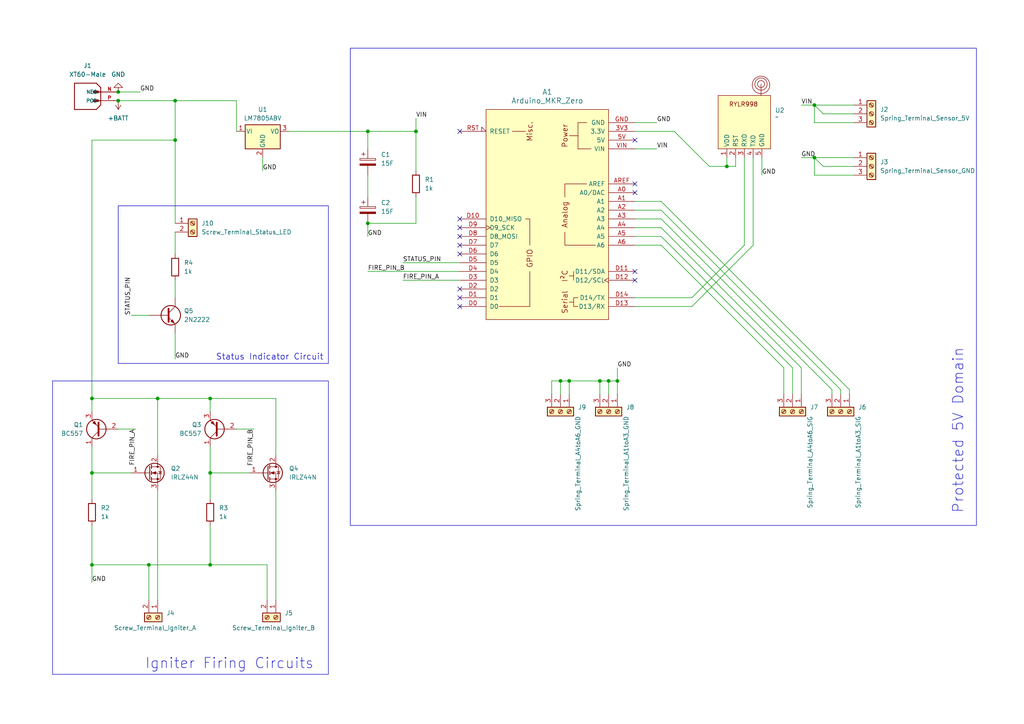
<source format=kicad_sch>
(kicad_sch
	(version 20250114)
	(generator "eeschema")
	(generator_version "9.0")
	(uuid "a07bc954-927c-4b4a-9453-0e46d58f2fca")
	(paper "A4")
	(title_block
		(title "FireSide")
		(date "2025-05-06")
		(rev "1.0")
		(company "thrustMIT")
		(comment 1 "FireSide PCB for Solid Rocket Motors")
	)
	(lib_symbols
		(symbol "Connector:Screw_Terminal_01x02"
			(pin_names
				(offset 1.016)
				(hide yes)
			)
			(exclude_from_sim no)
			(in_bom yes)
			(on_board yes)
			(property "Reference" "J"
				(at 0 2.54 0)
				(effects
					(font
						(size 1.27 1.27)
					)
				)
			)
			(property "Value" "Screw_Terminal_01x02"
				(at 0 -5.08 0)
				(effects
					(font
						(size 1.27 1.27)
					)
				)
			)
			(property "Footprint" ""
				(at 0 0 0)
				(effects
					(font
						(size 1.27 1.27)
					)
					(hide yes)
				)
			)
			(property "Datasheet" "~"
				(at 0 0 0)
				(effects
					(font
						(size 1.27 1.27)
					)
					(hide yes)
				)
			)
			(property "Description" "Generic screw terminal, single row, 01x02, script generated (kicad-library-utils/schlib/autogen/connector/)"
				(at 0 0 0)
				(effects
					(font
						(size 1.27 1.27)
					)
					(hide yes)
				)
			)
			(property "ki_keywords" "screw terminal"
				(at 0 0 0)
				(effects
					(font
						(size 1.27 1.27)
					)
					(hide yes)
				)
			)
			(property "ki_fp_filters" "TerminalBlock*:*"
				(at 0 0 0)
				(effects
					(font
						(size 1.27 1.27)
					)
					(hide yes)
				)
			)
			(symbol "Screw_Terminal_01x02_1_1"
				(rectangle
					(start -1.27 1.27)
					(end 1.27 -3.81)
					(stroke
						(width 0.254)
						(type default)
					)
					(fill
						(type background)
					)
				)
				(polyline
					(pts
						(xy -0.5334 0.3302) (xy 0.3302 -0.508)
					)
					(stroke
						(width 0.1524)
						(type default)
					)
					(fill
						(type none)
					)
				)
				(polyline
					(pts
						(xy -0.5334 -2.2098) (xy 0.3302 -3.048)
					)
					(stroke
						(width 0.1524)
						(type default)
					)
					(fill
						(type none)
					)
				)
				(polyline
					(pts
						(xy -0.3556 0.508) (xy 0.508 -0.3302)
					)
					(stroke
						(width 0.1524)
						(type default)
					)
					(fill
						(type none)
					)
				)
				(polyline
					(pts
						(xy -0.3556 -2.032) (xy 0.508 -2.8702)
					)
					(stroke
						(width 0.1524)
						(type default)
					)
					(fill
						(type none)
					)
				)
				(circle
					(center 0 0)
					(radius 0.635)
					(stroke
						(width 0.1524)
						(type default)
					)
					(fill
						(type none)
					)
				)
				(circle
					(center 0 -2.54)
					(radius 0.635)
					(stroke
						(width 0.1524)
						(type default)
					)
					(fill
						(type none)
					)
				)
				(pin passive line
					(at -5.08 0 0)
					(length 3.81)
					(name "Pin_1"
						(effects
							(font
								(size 1.27 1.27)
							)
						)
					)
					(number "1"
						(effects
							(font
								(size 1.27 1.27)
							)
						)
					)
				)
				(pin passive line
					(at -5.08 -2.54 0)
					(length 3.81)
					(name "Pin_2"
						(effects
							(font
								(size 1.27 1.27)
							)
						)
					)
					(number "2"
						(effects
							(font
								(size 1.27 1.27)
							)
						)
					)
				)
			)
			(embedded_fonts no)
		)
		(symbol "Connector:Screw_Terminal_01x03"
			(pin_names
				(offset 1.016)
				(hide yes)
			)
			(exclude_from_sim no)
			(in_bom yes)
			(on_board yes)
			(property "Reference" "J"
				(at 0 5.08 0)
				(effects
					(font
						(size 1.27 1.27)
					)
				)
			)
			(property "Value" "Screw_Terminal_01x03"
				(at 0 -5.08 0)
				(effects
					(font
						(size 1.27 1.27)
					)
				)
			)
			(property "Footprint" ""
				(at 0 0 0)
				(effects
					(font
						(size 1.27 1.27)
					)
					(hide yes)
				)
			)
			(property "Datasheet" "~"
				(at 0 0 0)
				(effects
					(font
						(size 1.27 1.27)
					)
					(hide yes)
				)
			)
			(property "Description" "Generic screw terminal, single row, 01x03, script generated (kicad-library-utils/schlib/autogen/connector/)"
				(at 0 0 0)
				(effects
					(font
						(size 1.27 1.27)
					)
					(hide yes)
				)
			)
			(property "ki_keywords" "screw terminal"
				(at 0 0 0)
				(effects
					(font
						(size 1.27 1.27)
					)
					(hide yes)
				)
			)
			(property "ki_fp_filters" "TerminalBlock*:*"
				(at 0 0 0)
				(effects
					(font
						(size 1.27 1.27)
					)
					(hide yes)
				)
			)
			(symbol "Screw_Terminal_01x03_1_1"
				(rectangle
					(start -1.27 3.81)
					(end 1.27 -3.81)
					(stroke
						(width 0.254)
						(type default)
					)
					(fill
						(type background)
					)
				)
				(polyline
					(pts
						(xy -0.5334 2.8702) (xy 0.3302 2.032)
					)
					(stroke
						(width 0.1524)
						(type default)
					)
					(fill
						(type none)
					)
				)
				(polyline
					(pts
						(xy -0.5334 0.3302) (xy 0.3302 -0.508)
					)
					(stroke
						(width 0.1524)
						(type default)
					)
					(fill
						(type none)
					)
				)
				(polyline
					(pts
						(xy -0.5334 -2.2098) (xy 0.3302 -3.048)
					)
					(stroke
						(width 0.1524)
						(type default)
					)
					(fill
						(type none)
					)
				)
				(polyline
					(pts
						(xy -0.3556 3.048) (xy 0.508 2.2098)
					)
					(stroke
						(width 0.1524)
						(type default)
					)
					(fill
						(type none)
					)
				)
				(polyline
					(pts
						(xy -0.3556 0.508) (xy 0.508 -0.3302)
					)
					(stroke
						(width 0.1524)
						(type default)
					)
					(fill
						(type none)
					)
				)
				(polyline
					(pts
						(xy -0.3556 -2.032) (xy 0.508 -2.8702)
					)
					(stroke
						(width 0.1524)
						(type default)
					)
					(fill
						(type none)
					)
				)
				(circle
					(center 0 2.54)
					(radius 0.635)
					(stroke
						(width 0.1524)
						(type default)
					)
					(fill
						(type none)
					)
				)
				(circle
					(center 0 0)
					(radius 0.635)
					(stroke
						(width 0.1524)
						(type default)
					)
					(fill
						(type none)
					)
				)
				(circle
					(center 0 -2.54)
					(radius 0.635)
					(stroke
						(width 0.1524)
						(type default)
					)
					(fill
						(type none)
					)
				)
				(pin passive line
					(at -5.08 2.54 0)
					(length 3.81)
					(name "Pin_1"
						(effects
							(font
								(size 1.27 1.27)
							)
						)
					)
					(number "1"
						(effects
							(font
								(size 1.27 1.27)
							)
						)
					)
				)
				(pin passive line
					(at -5.08 0 0)
					(length 3.81)
					(name "Pin_2"
						(effects
							(font
								(size 1.27 1.27)
							)
						)
					)
					(number "2"
						(effects
							(font
								(size 1.27 1.27)
							)
						)
					)
				)
				(pin passive line
					(at -5.08 -2.54 0)
					(length 3.81)
					(name "Pin_3"
						(effects
							(font
								(size 1.27 1.27)
							)
						)
					)
					(number "3"
						(effects
							(font
								(size 1.27 1.27)
							)
						)
					)
				)
			)
			(embedded_fonts no)
		)
		(symbol "Device:C_Polarized"
			(pin_numbers
				(hide yes)
			)
			(pin_names
				(offset 0.254)
			)
			(exclude_from_sim no)
			(in_bom yes)
			(on_board yes)
			(property "Reference" "C"
				(at 0.635 2.54 0)
				(effects
					(font
						(size 1.27 1.27)
					)
					(justify left)
				)
			)
			(property "Value" "C_Polarized"
				(at 0.635 -2.54 0)
				(effects
					(font
						(size 1.27 1.27)
					)
					(justify left)
				)
			)
			(property "Footprint" ""
				(at 0.9652 -3.81 0)
				(effects
					(font
						(size 1.27 1.27)
					)
					(hide yes)
				)
			)
			(property "Datasheet" "~"
				(at 0 0 0)
				(effects
					(font
						(size 1.27 1.27)
					)
					(hide yes)
				)
			)
			(property "Description" "Polarized capacitor"
				(at 0 0 0)
				(effects
					(font
						(size 1.27 1.27)
					)
					(hide yes)
				)
			)
			(property "ki_keywords" "cap capacitor"
				(at 0 0 0)
				(effects
					(font
						(size 1.27 1.27)
					)
					(hide yes)
				)
			)
			(property "ki_fp_filters" "CP_*"
				(at 0 0 0)
				(effects
					(font
						(size 1.27 1.27)
					)
					(hide yes)
				)
			)
			(symbol "C_Polarized_0_1"
				(rectangle
					(start -2.286 0.508)
					(end 2.286 1.016)
					(stroke
						(width 0)
						(type default)
					)
					(fill
						(type none)
					)
				)
				(polyline
					(pts
						(xy -1.778 2.286) (xy -0.762 2.286)
					)
					(stroke
						(width 0)
						(type default)
					)
					(fill
						(type none)
					)
				)
				(polyline
					(pts
						(xy -1.27 2.794) (xy -1.27 1.778)
					)
					(stroke
						(width 0)
						(type default)
					)
					(fill
						(type none)
					)
				)
				(rectangle
					(start 2.286 -0.508)
					(end -2.286 -1.016)
					(stroke
						(width 0)
						(type default)
					)
					(fill
						(type outline)
					)
				)
			)
			(symbol "C_Polarized_1_1"
				(pin passive line
					(at 0 3.81 270)
					(length 2.794)
					(name "~"
						(effects
							(font
								(size 1.27 1.27)
							)
						)
					)
					(number "1"
						(effects
							(font
								(size 1.27 1.27)
							)
						)
					)
				)
				(pin passive line
					(at 0 -3.81 90)
					(length 2.794)
					(name "~"
						(effects
							(font
								(size 1.27 1.27)
							)
						)
					)
					(number "2"
						(effects
							(font
								(size 1.27 1.27)
							)
						)
					)
				)
			)
			(embedded_fonts no)
		)
		(symbol "Device:Q_NPN"
			(pin_numbers
				(hide yes)
			)
			(pin_names
				(offset 0)
				(hide yes)
			)
			(exclude_from_sim no)
			(in_bom yes)
			(on_board yes)
			(property "Reference" "Q"
				(at 5.08 1.27 0)
				(effects
					(font
						(size 1.27 1.27)
					)
					(justify left)
				)
			)
			(property "Value" "Q_NPN"
				(at 5.08 -1.27 0)
				(effects
					(font
						(size 1.27 1.27)
					)
					(justify left)
				)
			)
			(property "Footprint" ""
				(at 5.08 2.54 0)
				(effects
					(font
						(size 1.27 1.27)
					)
					(hide yes)
				)
			)
			(property "Datasheet" "~"
				(at 0 0 0)
				(effects
					(font
						(size 1.27 1.27)
					)
					(hide yes)
				)
			)
			(property "Description" "NPN bipolar junction transistor"
				(at 0 0 0)
				(effects
					(font
						(size 1.27 1.27)
					)
					(hide yes)
				)
			)
			(property "ki_keywords" "BJT"
				(at 0 0 0)
				(effects
					(font
						(size 1.27 1.27)
					)
					(hide yes)
				)
			)
			(symbol "Q_NPN_0_1"
				(polyline
					(pts
						(xy -2.54 0) (xy 0.635 0)
					)
					(stroke
						(width 0)
						(type default)
					)
					(fill
						(type none)
					)
				)
				(polyline
					(pts
						(xy 0.635 1.905) (xy 0.635 -1.905)
					)
					(stroke
						(width 0.508)
						(type default)
					)
					(fill
						(type none)
					)
				)
				(polyline
					(pts
						(xy 0.635 0.635) (xy 2.54 2.54)
					)
					(stroke
						(width 0)
						(type default)
					)
					(fill
						(type none)
					)
				)
				(polyline
					(pts
						(xy 0.635 -0.635) (xy 2.54 -2.54)
					)
					(stroke
						(width 0)
						(type default)
					)
					(fill
						(type none)
					)
				)
				(circle
					(center 1.27 0)
					(radius 2.8194)
					(stroke
						(width 0.254)
						(type default)
					)
					(fill
						(type none)
					)
				)
				(polyline
					(pts
						(xy 1.27 -1.778) (xy 1.778 -1.27) (xy 2.286 -2.286) (xy 1.27 -1.778)
					)
					(stroke
						(width 0)
						(type default)
					)
					(fill
						(type outline)
					)
				)
			)
			(symbol "Q_NPN_1_1"
				(pin input line
					(at -5.08 0 0)
					(length 2.54)
					(name "B"
						(effects
							(font
								(size 1.27 1.27)
							)
						)
					)
					(number "B"
						(effects
							(font
								(size 1.27 1.27)
							)
						)
					)
				)
				(pin passive line
					(at 2.54 5.08 270)
					(length 2.54)
					(name "C"
						(effects
							(font
								(size 1.27 1.27)
							)
						)
					)
					(number "C"
						(effects
							(font
								(size 1.27 1.27)
							)
						)
					)
				)
				(pin passive line
					(at 2.54 -5.08 90)
					(length 2.54)
					(name "E"
						(effects
							(font
								(size 1.27 1.27)
							)
						)
					)
					(number "E"
						(effects
							(font
								(size 1.27 1.27)
							)
						)
					)
				)
			)
			(embedded_fonts no)
		)
		(symbol "Device:R"
			(pin_numbers
				(hide yes)
			)
			(pin_names
				(offset 0)
			)
			(exclude_from_sim no)
			(in_bom yes)
			(on_board yes)
			(property "Reference" "R"
				(at 2.032 0 90)
				(effects
					(font
						(size 1.27 1.27)
					)
				)
			)
			(property "Value" "R"
				(at 0 0 90)
				(effects
					(font
						(size 1.27 1.27)
					)
				)
			)
			(property "Footprint" ""
				(at -1.778 0 90)
				(effects
					(font
						(size 1.27 1.27)
					)
					(hide yes)
				)
			)
			(property "Datasheet" "~"
				(at 0 0 0)
				(effects
					(font
						(size 1.27 1.27)
					)
					(hide yes)
				)
			)
			(property "Description" "Resistor"
				(at 0 0 0)
				(effects
					(font
						(size 1.27 1.27)
					)
					(hide yes)
				)
			)
			(property "ki_keywords" "R res resistor"
				(at 0 0 0)
				(effects
					(font
						(size 1.27 1.27)
					)
					(hide yes)
				)
			)
			(property "ki_fp_filters" "R_*"
				(at 0 0 0)
				(effects
					(font
						(size 1.27 1.27)
					)
					(hide yes)
				)
			)
			(symbol "R_0_1"
				(rectangle
					(start -1.016 -2.54)
					(end 1.016 2.54)
					(stroke
						(width 0.254)
						(type default)
					)
					(fill
						(type none)
					)
				)
			)
			(symbol "R_1_1"
				(pin passive line
					(at 0 3.81 270)
					(length 1.27)
					(name "~"
						(effects
							(font
								(size 1.27 1.27)
							)
						)
					)
					(number "1"
						(effects
							(font
								(size 1.27 1.27)
							)
						)
					)
				)
				(pin passive line
					(at 0 -3.81 90)
					(length 1.27)
					(name "~"
						(effects
							(font
								(size 1.27 1.27)
							)
						)
					)
					(number "2"
						(effects
							(font
								(size 1.27 1.27)
							)
						)
					)
				)
			)
			(embedded_fonts no)
		)
		(symbol "PCM_arduino-library:Arduino_MKR_Zero_Socket"
			(pin_names
				(offset 1.016)
			)
			(exclude_from_sim no)
			(in_bom yes)
			(on_board yes)
			(property "Reference" "A"
				(at 0 36.83 0)
				(effects
					(font
						(size 1.524 1.524)
					)
				)
			)
			(property "Value" "Arduino_MKR_Zero_Socket"
				(at 0 33.02 0)
				(effects
					(font
						(size 1.524 1.524)
					)
				)
			)
			(property "Footprint" "PCM_arduino-library:Arduino_MKR_Zero_Socket"
				(at 0 -38.1 0)
				(effects
					(font
						(size 1.524 1.524)
					)
					(hide yes)
				)
			)
			(property "Datasheet" "https://docs.arduino.cc/hardware/mkr-zero"
				(at 0 -34.29 0)
				(effects
					(font
						(size 1.524 1.524)
					)
					(hide yes)
				)
			)
			(property "Description" "Socket for Arduino MKR Zero"
				(at 0 0 0)
				(effects
					(font
						(size 1.27 1.27)
					)
					(hide yes)
				)
			)
			(property "ki_keywords" "Arduino MPU Socket"
				(at 0 0 0)
				(effects
					(font
						(size 1.27 1.27)
					)
					(hide yes)
				)
			)
			(property "ki_fp_filters" "Arduino_MKR_Zero_Socket"
				(at 0 0 0)
				(effects
					(font
						(size 1.27 1.27)
					)
					(hide yes)
				)
			)
			(symbol "Arduino_MKR_Zero_Socket_0_0"
				(rectangle
					(start -17.78 30.48)
					(end 17.78 -30.48)
					(stroke
						(width 0)
						(type default)
					)
					(fill
						(type background)
					)
				)
				(rectangle
					(start -12.7 -19.05)
					(end -8.89 -19.05)
					(stroke
						(width 0)
						(type default)
					)
					(fill
						(type none)
					)
				)
				(rectangle
					(start -11.43 -26.67)
					(end -8.89 -26.67)
					(stroke
						(width 0)
						(type default)
					)
					(fill
						(type none)
					)
				)
				(polyline
					(pts
						(xy -8.89 26.67) (xy -7.62 26.67) (xy -7.62 24.13) (xy -8.89 24.13)
					)
					(stroke
						(width 0)
						(type default)
					)
					(fill
						(type none)
					)
				)
				(polyline
					(pts
						(xy -8.89 -19.05) (xy -8.89 -26.67)
					)
					(stroke
						(width 0)
						(type default)
					)
					(fill
						(type none)
					)
				)
				(rectangle
					(start -8.89 -22.86)
					(end -6.35 -22.86)
					(stroke
						(width 0)
						(type default)
					)
					(fill
						(type none)
					)
				)
				(polyline
					(pts
						(xy -7.62 25.4) (xy -6.35 25.4)
					)
					(stroke
						(width 0)
						(type default)
					)
					(fill
						(type none)
					)
				)
				(polyline
					(pts
						(xy -5.08 5.08) (xy -5.08 8.89) (xy -13.97 8.89)
					)
					(stroke
						(width 0)
						(type default)
					)
					(fill
						(type none)
					)
				)
				(polyline
					(pts
						(xy -5.08 -5.08) (xy -5.08 -8.89) (xy -11.43 -8.89)
					)
					(stroke
						(width 0)
						(type default)
					)
					(fill
						(type none)
					)
				)
				(polyline
					(pts
						(xy 5.08 16.51) (xy 5.08 26.67) (xy 13.97 26.67)
					)
					(stroke
						(width 0)
						(type default)
					)
					(fill
						(type none)
					)
				)
				(polyline
					(pts
						(xy 5.08 8.89) (xy 5.08 1.27) (xy 6.35 1.27)
					)
					(stroke
						(width 0)
						(type default)
					)
					(fill
						(type none)
					)
				)
				(rectangle
					(start 6.35 -24.13)
					(end 10.16 -24.13)
					(stroke
						(width 0)
						(type default)
					)
					(fill
						(type none)
					)
				)
				(text "Serial"
					(at -5.08 25.4 900)
					(effects
						(font
							(size 1.524 1.524)
						)
					)
				)
				(text "I²C"
					(at -5.08 17.78 900)
					(effects
						(font
							(size 1.524 1.524)
						)
					)
				)
				(text "Analog"
					(at -5.08 0 900)
					(effects
						(font
							(size 1.524 1.524)
						)
					)
				)
				(text "Power"
					(at -5.08 -22.86 900)
					(effects
						(font
							(size 1.524 1.524)
						)
					)
				)
				(text "Misc."
					(at 5.08 -24.13 900)
					(effects
						(font
							(size 1.524 1.524)
						)
					)
				)
			)
			(symbol "Arduino_MKR_Zero_Socket_0_1"
				(polyline
					(pts
						(xy -7.62 17.78) (xy -6.35 17.78)
					)
					(stroke
						(width 0)
						(type default)
					)
					(fill
						(type none)
					)
				)
				(polyline
					(pts
						(xy -7.62 16.51) (xy -7.62 19.05)
					)
					(stroke
						(width 0)
						(type default)
					)
					(fill
						(type none)
					)
				)
			)
			(symbol "Arduino_MKR_Zero_Socket_1_0"
				(text "GPIO"
					(at 5.08 12.7 900)
					(effects
						(font
							(size 1.524 1.524)
						)
					)
				)
			)
			(symbol "Arduino_MKR_Zero_Socket_1_1"
				(pin bidirectional line
					(at -25.4 26.67 0)
					(length 7.62)
					(name "D13/RX"
						(effects
							(font
								(size 1.27 1.27)
							)
						)
					)
					(number "D13"
						(effects
							(font
								(size 1.27 1.27)
							)
						)
					)
				)
				(pin bidirectional line
					(at -25.4 24.13 0)
					(length 7.62)
					(name "D14/TX"
						(effects
							(font
								(size 1.27 1.27)
							)
						)
					)
					(number "D14"
						(effects
							(font
								(size 1.27 1.27)
							)
						)
					)
				)
				(pin bidirectional clock
					(at -25.4 19.05 0)
					(length 7.62)
					(name "D12/SCL"
						(effects
							(font
								(size 1.27 1.27)
							)
						)
					)
					(number "D12"
						(effects
							(font
								(size 1.27 1.27)
							)
						)
					)
				)
				(pin bidirectional line
					(at -25.4 16.51 0)
					(length 7.62)
					(name "D11/SDA"
						(effects
							(font
								(size 1.27 1.27)
							)
						)
					)
					(number "D11"
						(effects
							(font
								(size 1.27 1.27)
							)
						)
					)
				)
				(pin bidirectional line
					(at -25.4 8.89 0)
					(length 7.62)
					(name "A6"
						(effects
							(font
								(size 1.27 1.27)
							)
						)
					)
					(number "A6"
						(effects
							(font
								(size 1.27 1.27)
							)
						)
					)
				)
				(pin bidirectional line
					(at -25.4 6.35 0)
					(length 7.62)
					(name "A5"
						(effects
							(font
								(size 1.27 1.27)
							)
						)
					)
					(number "A5"
						(effects
							(font
								(size 1.27 1.27)
							)
						)
					)
				)
				(pin bidirectional line
					(at -25.4 3.81 0)
					(length 7.62)
					(name "A4"
						(effects
							(font
								(size 1.27 1.27)
							)
						)
					)
					(number "A4"
						(effects
							(font
								(size 1.27 1.27)
							)
						)
					)
				)
				(pin bidirectional line
					(at -25.4 1.27 0)
					(length 7.62)
					(name "A3"
						(effects
							(font
								(size 1.27 1.27)
							)
						)
					)
					(number "A3"
						(effects
							(font
								(size 1.27 1.27)
							)
						)
					)
				)
				(pin bidirectional line
					(at -25.4 -1.27 0)
					(length 7.62)
					(name "A2"
						(effects
							(font
								(size 1.27 1.27)
							)
						)
					)
					(number "A2"
						(effects
							(font
								(size 1.27 1.27)
							)
						)
					)
				)
				(pin bidirectional line
					(at -25.4 -3.81 0)
					(length 7.62)
					(name "A1"
						(effects
							(font
								(size 1.27 1.27)
							)
						)
					)
					(number "A1"
						(effects
							(font
								(size 1.27 1.27)
							)
						)
					)
				)
				(pin bidirectional line
					(at -25.4 -6.35 0)
					(length 7.62)
					(name "A0/DAC"
						(effects
							(font
								(size 1.27 1.27)
							)
						)
					)
					(number "A0"
						(effects
							(font
								(size 1.27 1.27)
							)
						)
					)
				)
				(pin input line
					(at -25.4 -8.89 0)
					(length 7.62)
					(name "AREF"
						(effects
							(font
								(size 1.27 1.27)
							)
						)
					)
					(number "AREF"
						(effects
							(font
								(size 1.27 1.27)
							)
						)
					)
				)
				(pin power_in line
					(at -25.4 -19.05 0)
					(length 7.62)
					(name "VIN"
						(effects
							(font
								(size 1.27 1.27)
							)
						)
					)
					(number "VIN"
						(effects
							(font
								(size 1.27 1.27)
							)
						)
					)
				)
				(pin power_in line
					(at -25.4 -21.59 0)
					(length 7.62)
					(name "5V"
						(effects
							(font
								(size 1.27 1.27)
							)
						)
					)
					(number "5V"
						(effects
							(font
								(size 1.27 1.27)
							)
						)
					)
				)
				(pin power_out line
					(at -25.4 -24.13 0)
					(length 7.62)
					(name "3.3V"
						(effects
							(font
								(size 1.27 1.27)
							)
						)
					)
					(number "3V3"
						(effects
							(font
								(size 1.27 1.27)
							)
						)
					)
				)
				(pin power_in line
					(at -25.4 -26.67 0)
					(length 7.62)
					(name "GND"
						(effects
							(font
								(size 1.27 1.27)
							)
						)
					)
					(number "GND"
						(effects
							(font
								(size 1.27 1.27)
							)
						)
					)
				)
				(pin bidirectional line
					(at 25.4 26.67 180)
					(length 7.62)
					(name "D0"
						(effects
							(font
								(size 1.27 1.27)
							)
						)
					)
					(number "D0"
						(effects
							(font
								(size 1.27 1.27)
							)
						)
					)
				)
				(pin bidirectional line
					(at 25.4 24.13 180)
					(length 7.62)
					(name "D1"
						(effects
							(font
								(size 1.27 1.27)
							)
						)
					)
					(number "D1"
						(effects
							(font
								(size 1.27 1.27)
							)
						)
					)
				)
				(pin bidirectional line
					(at 25.4 21.59 180)
					(length 7.62)
					(name "D2"
						(effects
							(font
								(size 1.27 1.27)
							)
						)
					)
					(number "D2"
						(effects
							(font
								(size 1.27 1.27)
							)
						)
					)
				)
				(pin bidirectional line
					(at 25.4 19.05 180)
					(length 7.62)
					(name "D3"
						(effects
							(font
								(size 1.27 1.27)
							)
						)
					)
					(number "D3"
						(effects
							(font
								(size 1.27 1.27)
							)
						)
					)
				)
				(pin bidirectional line
					(at 25.4 16.51 180)
					(length 7.62)
					(name "D4"
						(effects
							(font
								(size 1.27 1.27)
							)
						)
					)
					(number "D4"
						(effects
							(font
								(size 1.27 1.27)
							)
						)
					)
				)
				(pin bidirectional line
					(at 25.4 13.97 180)
					(length 7.62)
					(name "D5"
						(effects
							(font
								(size 1.27 1.27)
							)
						)
					)
					(number "D5"
						(effects
							(font
								(size 1.27 1.27)
							)
						)
					)
				)
				(pin bidirectional line
					(at 25.4 11.43 180)
					(length 7.62)
					(name "D6"
						(effects
							(font
								(size 1.27 1.27)
							)
						)
					)
					(number "D6"
						(effects
							(font
								(size 1.27 1.27)
							)
						)
					)
				)
				(pin bidirectional line
					(at 25.4 8.89 180)
					(length 7.62)
					(name "D7"
						(effects
							(font
								(size 1.27 1.27)
							)
						)
					)
					(number "D7"
						(effects
							(font
								(size 1.27 1.27)
							)
						)
					)
				)
				(pin bidirectional line
					(at 25.4 6.35 180)
					(length 7.62)
					(name "D8_MOSI"
						(effects
							(font
								(size 1.27 1.27)
							)
						)
					)
					(number "D8"
						(effects
							(font
								(size 1.27 1.27)
							)
						)
					)
				)
				(pin bidirectional clock
					(at 25.4 3.81 180)
					(length 7.62)
					(name "D9_SCK"
						(effects
							(font
								(size 1.27 1.27)
							)
						)
					)
					(number "D9"
						(effects
							(font
								(size 1.27 1.27)
							)
						)
					)
				)
				(pin bidirectional line
					(at 25.4 1.27 180)
					(length 7.62)
					(name "D10_MISO"
						(effects
							(font
								(size 1.27 1.27)
							)
						)
					)
					(number "D10"
						(effects
							(font
								(size 1.27 1.27)
							)
						)
					)
				)
				(pin open_collector input_low
					(at 25.4 -24.13 180)
					(length 7.62)
					(name "RESET"
						(effects
							(font
								(size 1.27 1.27)
							)
						)
					)
					(number "RST"
						(effects
							(font
								(size 1.27 1.27)
							)
						)
					)
				)
			)
			(embedded_fonts no)
		)
		(symbol "RYLR998:RYLR998"
			(exclude_from_sim no)
			(in_bom yes)
			(on_board yes)
			(property "Reference" "U3"
				(at 8.89 2.921 90)
				(effects
					(font
						(size 1.27 1.27)
					)
				)
			)
			(property "Value" "~"
				(at 0 0 0)
				(effects
					(font
						(size 1.27 1.27)
					)
				)
			)
			(property "Footprint" "LIB_2024:RYLR998"
				(at 0 0 0)
				(effects
					(font
						(size 1.27 1.27)
					)
					(hide yes)
				)
			)
			(property "Datasheet" ""
				(at 0 0 0)
				(effects
					(font
						(size 1.27 1.27)
					)
					(hide yes)
				)
			)
			(property "Description" ""
				(at 0 0 0)
				(effects
					(font
						(size 1.27 1.27)
					)
					(hide yes)
				)
			)
			(symbol "RYLR998_0_1"
				(circle
					(center 4.826 11.176)
					(radius 1.016)
					(stroke
						(width 0)
						(type default)
					)
					(fill
						(type none)
					)
				)
				(circle
					(center 4.826 11.176)
					(radius 1.778)
					(stroke
						(width 0)
						(type default)
					)
					(fill
						(type none)
					)
				)
				(circle
					(center 4.826 10.922)
					(radius 2.54)
					(stroke
						(width 0)
						(type default)
					)
					(fill
						(type none)
					)
				)
				(polyline
					(pts
						(xy 4.826 7.874) (xy 4.826 11.176)
					)
					(stroke
						(width 0)
						(type default)
					)
					(fill
						(type none)
					)
				)
			)
			(symbol "RYLR998_1_1"
				(rectangle
					(start -7.62 7.874)
					(end 7.62 -7.62)
					(stroke
						(width 0)
						(type default)
					)
					(fill
						(type background)
					)
				)
				(text "RYLR998\n"
					(at -0.254 5.334 0)
					(effects
						(font
							(size 1.27 1.27)
						)
					)
				)
				(pin input line
					(at -5.08 -10.16 90)
					(length 2.54)
					(name "VDD"
						(effects
							(font
								(size 1.27 1.27)
							)
						)
					)
					(number "1"
						(effects
							(font
								(size 1.27 1.27)
							)
						)
					)
				)
				(pin input line
					(at -2.54 -10.16 90)
					(length 2.54)
					(name "RST"
						(effects
							(font
								(size 1.27 1.27)
							)
						)
					)
					(number "2"
						(effects
							(font
								(size 1.27 1.27)
							)
						)
					)
				)
				(pin input line
					(at 0 -10.16 90)
					(length 2.54)
					(name "RXD"
						(effects
							(font
								(size 1.27 1.27)
							)
						)
					)
					(number "3"
						(effects
							(font
								(size 1.27 1.27)
							)
						)
					)
				)
				(pin input line
					(at 2.54 -10.16 90)
					(length 2.54)
					(name "TXD"
						(effects
							(font
								(size 1.27 1.27)
							)
						)
					)
					(number "4"
						(effects
							(font
								(size 1.27 1.27)
							)
						)
					)
				)
				(pin input line
					(at 5.08 -10.16 90)
					(length 2.54)
					(name "GND"
						(effects
							(font
								(size 1.27 1.27)
							)
						)
					)
					(number "5"
						(effects
							(font
								(size 1.27 1.27)
							)
						)
					)
				)
			)
			(embedded_fonts no)
		)
		(symbol "Regulator_Linear:LM7805_TO220"
			(pin_names
				(offset 0.254)
			)
			(exclude_from_sim no)
			(in_bom yes)
			(on_board yes)
			(property "Reference" "U"
				(at -3.81 3.175 0)
				(effects
					(font
						(size 1.27 1.27)
					)
				)
			)
			(property "Value" "LM7805_TO220"
				(at 0 3.175 0)
				(effects
					(font
						(size 1.27 1.27)
					)
					(justify left)
				)
			)
			(property "Footprint" "Package_TO_SOT_THT:TO-220-3_Vertical"
				(at 0 5.715 0)
				(effects
					(font
						(size 1.27 1.27)
						(italic yes)
					)
					(hide yes)
				)
			)
			(property "Datasheet" "https://www.onsemi.cn/PowerSolutions/document/MC7800-D.PDF"
				(at 0 -1.27 0)
				(effects
					(font
						(size 1.27 1.27)
					)
					(hide yes)
				)
			)
			(property "Description" "Positive 1A 35V Linear Regulator, Fixed Output 5V, TO-220"
				(at 0 0 0)
				(effects
					(font
						(size 1.27 1.27)
					)
					(hide yes)
				)
			)
			(property "ki_keywords" "Voltage Regulator 1A Positive"
				(at 0 0 0)
				(effects
					(font
						(size 1.27 1.27)
					)
					(hide yes)
				)
			)
			(property "ki_fp_filters" "TO?220*"
				(at 0 0 0)
				(effects
					(font
						(size 1.27 1.27)
					)
					(hide yes)
				)
			)
			(symbol "LM7805_TO220_0_1"
				(rectangle
					(start -5.08 1.905)
					(end 5.08 -5.08)
					(stroke
						(width 0.254)
						(type default)
					)
					(fill
						(type background)
					)
				)
			)
			(symbol "LM7805_TO220_1_1"
				(pin power_in line
					(at -7.62 0 0)
					(length 2.54)
					(name "VI"
						(effects
							(font
								(size 1.27 1.27)
							)
						)
					)
					(number "1"
						(effects
							(font
								(size 1.27 1.27)
							)
						)
					)
				)
				(pin power_in line
					(at 0 -7.62 90)
					(length 2.54)
					(name "GND"
						(effects
							(font
								(size 1.27 1.27)
							)
						)
					)
					(number "2"
						(effects
							(font
								(size 1.27 1.27)
							)
						)
					)
				)
				(pin power_out line
					(at 7.62 0 180)
					(length 2.54)
					(name "VO"
						(effects
							(font
								(size 1.27 1.27)
							)
						)
					)
					(number "3"
						(effects
							(font
								(size 1.27 1.27)
							)
						)
					)
				)
			)
			(embedded_fonts no)
		)
		(symbol "Transistor_BJT:BC557"
			(pin_names
				(offset 0)
				(hide yes)
			)
			(exclude_from_sim no)
			(in_bom yes)
			(on_board yes)
			(property "Reference" "Q"
				(at 5.08 1.905 0)
				(effects
					(font
						(size 1.27 1.27)
					)
					(justify left)
				)
			)
			(property "Value" "BC557"
				(at 5.08 0 0)
				(effects
					(font
						(size 1.27 1.27)
					)
					(justify left)
				)
			)
			(property "Footprint" "Package_TO_SOT_THT:TO-92_Inline"
				(at 5.08 -1.905 0)
				(effects
					(font
						(size 1.27 1.27)
						(italic yes)
					)
					(justify left)
					(hide yes)
				)
			)
			(property "Datasheet" "https://www.onsemi.com/pub/Collateral/BC556BTA-D.pdf"
				(at 0 0 0)
				(effects
					(font
						(size 1.27 1.27)
					)
					(justify left)
					(hide yes)
				)
			)
			(property "Description" "0.1A Ic, 45V Vce, PNP Small Signal Transistor, TO-92"
				(at 0 0 0)
				(effects
					(font
						(size 1.27 1.27)
					)
					(hide yes)
				)
			)
			(property "ki_keywords" "PNP Transistor"
				(at 0 0 0)
				(effects
					(font
						(size 1.27 1.27)
					)
					(hide yes)
				)
			)
			(property "ki_fp_filters" "TO?92*"
				(at 0 0 0)
				(effects
					(font
						(size 1.27 1.27)
					)
					(hide yes)
				)
			)
			(symbol "BC557_0_1"
				(polyline
					(pts
						(xy -2.54 0) (xy 0.635 0)
					)
					(stroke
						(width 0)
						(type default)
					)
					(fill
						(type none)
					)
				)
				(polyline
					(pts
						(xy 0.635 1.905) (xy 0.635 -1.905)
					)
					(stroke
						(width 0.508)
						(type default)
					)
					(fill
						(type none)
					)
				)
				(polyline
					(pts
						(xy 0.635 0.635) (xy 2.54 2.54)
					)
					(stroke
						(width 0)
						(type default)
					)
					(fill
						(type none)
					)
				)
				(polyline
					(pts
						(xy 0.635 -0.635) (xy 2.54 -2.54)
					)
					(stroke
						(width 0)
						(type default)
					)
					(fill
						(type none)
					)
				)
				(circle
					(center 1.27 0)
					(radius 2.8194)
					(stroke
						(width 0.254)
						(type default)
					)
					(fill
						(type none)
					)
				)
				(polyline
					(pts
						(xy 2.286 -1.778) (xy 1.778 -2.286) (xy 1.27 -1.27) (xy 2.286 -1.778)
					)
					(stroke
						(width 0)
						(type default)
					)
					(fill
						(type outline)
					)
				)
			)
			(symbol "BC557_1_1"
				(pin input line
					(at -5.08 0 0)
					(length 2.54)
					(name "B"
						(effects
							(font
								(size 1.27 1.27)
							)
						)
					)
					(number "2"
						(effects
							(font
								(size 1.27 1.27)
							)
						)
					)
				)
				(pin passive line
					(at 2.54 5.08 270)
					(length 2.54)
					(name "C"
						(effects
							(font
								(size 1.27 1.27)
							)
						)
					)
					(number "1"
						(effects
							(font
								(size 1.27 1.27)
							)
						)
					)
				)
				(pin passive line
					(at 2.54 -5.08 90)
					(length 2.54)
					(name "E"
						(effects
							(font
								(size 1.27 1.27)
							)
						)
					)
					(number "3"
						(effects
							(font
								(size 1.27 1.27)
							)
						)
					)
				)
			)
			(embedded_fonts no)
		)
		(symbol "Transistor_FET:IRLZ44N"
			(pin_names
				(hide yes)
			)
			(exclude_from_sim no)
			(in_bom yes)
			(on_board yes)
			(property "Reference" "Q"
				(at 5.08 1.905 0)
				(effects
					(font
						(size 1.27 1.27)
					)
					(justify left)
				)
			)
			(property "Value" "IRLZ44N"
				(at 5.08 0 0)
				(effects
					(font
						(size 1.27 1.27)
					)
					(justify left)
				)
			)
			(property "Footprint" "Package_TO_SOT_THT:TO-220-3_Vertical"
				(at 5.08 -1.905 0)
				(effects
					(font
						(size 1.27 1.27)
						(italic yes)
					)
					(justify left)
					(hide yes)
				)
			)
			(property "Datasheet" "http://www.irf.com/product-info/datasheets/data/irlz44n.pdf"
				(at 5.08 -3.81 0)
				(effects
					(font
						(size 1.27 1.27)
					)
					(justify left)
					(hide yes)
				)
			)
			(property "Description" "47A Id, 55V Vds, 22mOhm Rds Single N-Channel HEXFET Power MOSFET, TO-220AB"
				(at 0 0 0)
				(effects
					(font
						(size 1.27 1.27)
					)
					(hide yes)
				)
			)
			(property "ki_keywords" "N-Channel HEXFET MOSFET Logic-Level"
				(at 0 0 0)
				(effects
					(font
						(size 1.27 1.27)
					)
					(hide yes)
				)
			)
			(property "ki_fp_filters" "TO?220*"
				(at 0 0 0)
				(effects
					(font
						(size 1.27 1.27)
					)
					(hide yes)
				)
			)
			(symbol "IRLZ44N_0_1"
				(polyline
					(pts
						(xy 0.254 1.905) (xy 0.254 -1.905)
					)
					(stroke
						(width 0.254)
						(type default)
					)
					(fill
						(type none)
					)
				)
				(polyline
					(pts
						(xy 0.254 0) (xy -2.54 0)
					)
					(stroke
						(width 0)
						(type default)
					)
					(fill
						(type none)
					)
				)
				(polyline
					(pts
						(xy 0.762 2.286) (xy 0.762 1.27)
					)
					(stroke
						(width 0.254)
						(type default)
					)
					(fill
						(type none)
					)
				)
				(polyline
					(pts
						(xy 0.762 0.508) (xy 0.762 -0.508)
					)
					(stroke
						(width 0.254)
						(type default)
					)
					(fill
						(type none)
					)
				)
				(polyline
					(pts
						(xy 0.762 -1.27) (xy 0.762 -2.286)
					)
					(stroke
						(width 0.254)
						(type default)
					)
					(fill
						(type none)
					)
				)
				(polyline
					(pts
						(xy 0.762 -1.778) (xy 3.302 -1.778) (xy 3.302 1.778) (xy 0.762 1.778)
					)
					(stroke
						(width 0)
						(type default)
					)
					(fill
						(type none)
					)
				)
				(polyline
					(pts
						(xy 1.016 0) (xy 2.032 0.381) (xy 2.032 -0.381) (xy 1.016 0)
					)
					(stroke
						(width 0)
						(type default)
					)
					(fill
						(type outline)
					)
				)
				(circle
					(center 1.651 0)
					(radius 2.794)
					(stroke
						(width 0.254)
						(type default)
					)
					(fill
						(type none)
					)
				)
				(polyline
					(pts
						(xy 2.54 2.54) (xy 2.54 1.778)
					)
					(stroke
						(width 0)
						(type default)
					)
					(fill
						(type none)
					)
				)
				(circle
					(center 2.54 1.778)
					(radius 0.254)
					(stroke
						(width 0)
						(type default)
					)
					(fill
						(type outline)
					)
				)
				(circle
					(center 2.54 -1.778)
					(radius 0.254)
					(stroke
						(width 0)
						(type default)
					)
					(fill
						(type outline)
					)
				)
				(polyline
					(pts
						(xy 2.54 -2.54) (xy 2.54 0) (xy 0.762 0)
					)
					(stroke
						(width 0)
						(type default)
					)
					(fill
						(type none)
					)
				)
				(polyline
					(pts
						(xy 2.794 0.508) (xy 2.921 0.381) (xy 3.683 0.381) (xy 3.81 0.254)
					)
					(stroke
						(width 0)
						(type default)
					)
					(fill
						(type none)
					)
				)
				(polyline
					(pts
						(xy 3.302 0.381) (xy 2.921 -0.254) (xy 3.683 -0.254) (xy 3.302 0.381)
					)
					(stroke
						(width 0)
						(type default)
					)
					(fill
						(type none)
					)
				)
			)
			(symbol "IRLZ44N_1_1"
				(pin input line
					(at -5.08 0 0)
					(length 2.54)
					(name "G"
						(effects
							(font
								(size 1.27 1.27)
							)
						)
					)
					(number "1"
						(effects
							(font
								(size 1.27 1.27)
							)
						)
					)
				)
				(pin passive line
					(at 2.54 5.08 270)
					(length 2.54)
					(name "D"
						(effects
							(font
								(size 1.27 1.27)
							)
						)
					)
					(number "2"
						(effects
							(font
								(size 1.27 1.27)
							)
						)
					)
				)
				(pin passive line
					(at 2.54 -5.08 90)
					(length 2.54)
					(name "S"
						(effects
							(font
								(size 1.27 1.27)
							)
						)
					)
					(number "3"
						(effects
							(font
								(size 1.27 1.27)
							)
						)
					)
				)
			)
			(embedded_fonts no)
		)
		(symbol "XT60-M:XT60-M"
			(pin_names
				(offset 1.016)
			)
			(exclude_from_sim no)
			(in_bom yes)
			(on_board yes)
			(property "Reference" "J1"
				(at 3.81 -7.62 0)
				(effects
					(font
						(size 1.27 1.27)
					)
				)
			)
			(property "Value" "XT60-Male"
				(at 3.81 -5.08 0)
				(effects
					(font
						(size 1.27 1.27)
					)
				)
			)
			(property "Footprint" "Connector_AMASS:AMASS_XT60-M_1x02_P7.20mm_Vertical"
				(at 0 0 0)
				(effects
					(font
						(size 1.27 1.27)
					)
					(justify bottom)
					(hide yes)
				)
			)
			(property "Datasheet" "https://robu.in/product/amass-xt60-male-connector-xt60-m-g-y"
				(at 0 0 0)
				(effects
					(font
						(size 1.27 1.27)
					)
					(hide yes)
				)
			)
			(property "Description" ""
				(at 0 0 0)
				(effects
					(font
						(size 1.27 1.27)
					)
					(hide yes)
				)
			)
			(property "MF" "AMASS"
				(at 0 0 0)
				(effects
					(font
						(size 1.27 1.27)
					)
					(justify bottom)
					(hide yes)
				)
			)
			(property "MAXIMUM_PACKAGE_HEIGHT" "16.00 mm"
				(at 0 0 0)
				(effects
					(font
						(size 1.27 1.27)
					)
					(justify bottom)
					(hide yes)
				)
			)
			(property "Package" "Package"
				(at 0 0 0)
				(effects
					(font
						(size 1.27 1.27)
					)
					(justify bottom)
					(hide yes)
				)
			)
			(property "Price" "None"
				(at 0 0 0)
				(effects
					(font
						(size 1.27 1.27)
					)
					(justify bottom)
					(hide yes)
				)
			)
			(property "Check_prices" "https://www.snapeda.com/parts/XT60-M/AMASS/view-part/?ref=eda"
				(at 0 0 0)
				(effects
					(font
						(size 1.27 1.27)
					)
					(justify bottom)
					(hide yes)
				)
			)
			(property "STANDARD" "IPC 7351B"
				(at 0 0 0)
				(effects
					(font
						(size 1.27 1.27)
					)
					(justify bottom)
					(hide yes)
				)
			)
			(property "PARTREV" "V1.2"
				(at 0 0 0)
				(effects
					(font
						(size 1.27 1.27)
					)
					(justify bottom)
					(hide yes)
				)
			)
			(property "SnapEDA_Link" "https://www.snapeda.com/parts/XT60-M/AMASS/view-part/?ref=snap"
				(at 0 0 0)
				(effects
					(font
						(size 1.27 1.27)
					)
					(justify bottom)
					(hide yes)
				)
			)
			(property "MP" "XT60-M"
				(at 0 0 0)
				(effects
					(font
						(size 1.27 1.27)
					)
					(justify bottom)
					(hide yes)
				)
			)
			(property "Description_1" "Plug; DC supply; XT60; male; PIN: 2; for cable; soldered; 30A; 500V"
				(at 0 0 0)
				(effects
					(font
						(size 1.27 1.27)
					)
					(justify bottom)
					(hide yes)
				)
			)
			(property "Availability" "Not in stock"
				(at 0 0 0)
				(effects
					(font
						(size 1.27 1.27)
					)
					(justify bottom)
					(hide yes)
				)
			)
			(property "MANUFACTURER" "AMASS"
				(at 0 0 0)
				(effects
					(font
						(size 1.27 1.27)
					)
					(justify bottom)
					(hide yes)
				)
			)
			(symbol "XT60-M_0_0"
				(polyline
					(pts
						(xy 0 3.81) (xy 0 2.54)
					)
					(stroke
						(width 0.254)
						(type default)
					)
					(fill
						(type none)
					)
				)
				(polyline
					(pts
						(xy 0 3.81) (xy 1.27 5.08)
					)
					(stroke
						(width 0.254)
						(type default)
					)
					(fill
						(type none)
					)
				)
				(polyline
					(pts
						(xy 0 2.54) (xy 0 -1.27)
					)
					(stroke
						(width 0.254)
						(type default)
					)
					(fill
						(type none)
					)
				)
				(polyline
					(pts
						(xy 0 2.54) (xy 1.905 2.54)
					)
					(stroke
						(width 0.254)
						(type default)
					)
					(fill
						(type none)
					)
				)
				(polyline
					(pts
						(xy 0 0) (xy 1.905 0)
					)
					(stroke
						(width 0.254)
						(type default)
					)
					(fill
						(type none)
					)
				)
				(polyline
					(pts
						(xy 0 -1.27) (xy 1.27 -2.54)
					)
					(stroke
						(width 0.254)
						(type default)
					)
					(fill
						(type none)
					)
				)
				(rectangle
					(start 0.635 2.2225)
					(end 2.2225 2.8575)
					(stroke
						(width 0.1)
						(type default)
					)
					(fill
						(type outline)
					)
				)
				(rectangle
					(start 0.635 -0.3175)
					(end 2.2225 0.3175)
					(stroke
						(width 0.1)
						(type default)
					)
					(fill
						(type outline)
					)
				)
				(polyline
					(pts
						(xy 1.27 -2.54) (xy 7.62 -2.54)
					)
					(stroke
						(width 0.254)
						(type default)
					)
					(fill
						(type none)
					)
				)
				(polyline
					(pts
						(xy 7.62 5.08) (xy 1.27 5.08)
					)
					(stroke
						(width 0.254)
						(type default)
					)
					(fill
						(type none)
					)
				)
				(polyline
					(pts
						(xy 7.62 -2.54) (xy 7.62 5.08)
					)
					(stroke
						(width 0.254)
						(type default)
					)
					(fill
						(type none)
					)
				)
				(pin power_out line
					(at -5.08 2.54 0)
					(length 5.08)
					(name "POS"
						(effects
							(font
								(size 1.016 1.016)
							)
						)
					)
					(number "P"
						(effects
							(font
								(size 1.016 1.016)
							)
						)
					)
				)
				(pin power_out line
					(at -5.08 0 0)
					(length 5.08)
					(name "NEG"
						(effects
							(font
								(size 1.016 1.016)
							)
						)
					)
					(number "N"
						(effects
							(font
								(size 1.016 1.016)
							)
						)
					)
				)
			)
			(embedded_fonts no)
		)
		(symbol "power:+BATT"
			(power)
			(pin_numbers
				(hide yes)
			)
			(pin_names
				(offset 0)
				(hide yes)
			)
			(exclude_from_sim no)
			(in_bom yes)
			(on_board yes)
			(property "Reference" "#PWR"
				(at 0 -3.81 0)
				(effects
					(font
						(size 1.27 1.27)
					)
					(hide yes)
				)
			)
			(property "Value" "+BATT"
				(at 0 3.556 0)
				(effects
					(font
						(size 1.27 1.27)
					)
				)
			)
			(property "Footprint" ""
				(at 0 0 0)
				(effects
					(font
						(size 1.27 1.27)
					)
					(hide yes)
				)
			)
			(property "Datasheet" ""
				(at 0 0 0)
				(effects
					(font
						(size 1.27 1.27)
					)
					(hide yes)
				)
			)
			(property "Description" "Power symbol creates a global label with name \"+BATT\""
				(at 0 0 0)
				(effects
					(font
						(size 1.27 1.27)
					)
					(hide yes)
				)
			)
			(property "ki_keywords" "global power battery"
				(at 0 0 0)
				(effects
					(font
						(size 1.27 1.27)
					)
					(hide yes)
				)
			)
			(symbol "+BATT_0_1"
				(polyline
					(pts
						(xy -0.762 1.27) (xy 0 2.54)
					)
					(stroke
						(width 0)
						(type default)
					)
					(fill
						(type none)
					)
				)
				(polyline
					(pts
						(xy 0 2.54) (xy 0.762 1.27)
					)
					(stroke
						(width 0)
						(type default)
					)
					(fill
						(type none)
					)
				)
				(polyline
					(pts
						(xy 0 0) (xy 0 2.54)
					)
					(stroke
						(width 0)
						(type default)
					)
					(fill
						(type none)
					)
				)
			)
			(symbol "+BATT_1_1"
				(pin power_in line
					(at 0 0 90)
					(length 0)
					(name "~"
						(effects
							(font
								(size 1.27 1.27)
							)
						)
					)
					(number "1"
						(effects
							(font
								(size 1.27 1.27)
							)
						)
					)
				)
			)
			(embedded_fonts no)
		)
		(symbol "power:GND"
			(power)
			(pin_numbers
				(hide yes)
			)
			(pin_names
				(offset 0)
				(hide yes)
			)
			(exclude_from_sim no)
			(in_bom yes)
			(on_board yes)
			(property "Reference" "#PWR"
				(at 0 -6.35 0)
				(effects
					(font
						(size 1.27 1.27)
					)
					(hide yes)
				)
			)
			(property "Value" "GND"
				(at 0 -3.81 0)
				(effects
					(font
						(size 1.27 1.27)
					)
				)
			)
			(property "Footprint" ""
				(at 0 0 0)
				(effects
					(font
						(size 1.27 1.27)
					)
					(hide yes)
				)
			)
			(property "Datasheet" ""
				(at 0 0 0)
				(effects
					(font
						(size 1.27 1.27)
					)
					(hide yes)
				)
			)
			(property "Description" "Power symbol creates a global label with name \"GND\" , ground"
				(at 0 0 0)
				(effects
					(font
						(size 1.27 1.27)
					)
					(hide yes)
				)
			)
			(property "ki_keywords" "global power"
				(at 0 0 0)
				(effects
					(font
						(size 1.27 1.27)
					)
					(hide yes)
				)
			)
			(symbol "GND_0_1"
				(polyline
					(pts
						(xy 0 0) (xy 0 -1.27) (xy 1.27 -1.27) (xy 0 -2.54) (xy -1.27 -1.27) (xy 0 -1.27)
					)
					(stroke
						(width 0)
						(type default)
					)
					(fill
						(type none)
					)
				)
			)
			(symbol "GND_1_1"
				(pin power_in line
					(at 0 0 270)
					(length 0)
					(name "~"
						(effects
							(font
								(size 1.27 1.27)
							)
						)
					)
					(number "1"
						(effects
							(font
								(size 1.27 1.27)
							)
						)
					)
				)
			)
			(embedded_fonts no)
		)
	)
	(rectangle
		(start 15.24 110.49)
		(end 95.25 195.58)
		(stroke
			(width 0)
			(type default)
		)
		(fill
			(type none)
		)
		(uuid 7c974cda-d30b-41a7-9eef-0dd4fe1934c1)
	)
	(rectangle
		(start 101.6 13.97)
		(end 283.21 152.4)
		(stroke
			(width 0)
			(type default)
		)
		(fill
			(type none)
		)
		(uuid 9e6e6062-b872-446a-91d0-f1dab4bf10e4)
	)
	(rectangle
		(start 34.29 59.69)
		(end 95.25 105.41)
		(stroke
			(width 0)
			(type default)
		)
		(fill
			(type none)
		)
		(uuid c39706e6-42b9-45a0-b7ae-bd598c45eb4d)
	)
	(text "Status Indicator Circuit"
		(exclude_from_sim no)
		(at 78.232 103.632 0)
		(effects
			(font
				(size 1.75 1.75)
			)
		)
		(uuid "0a8425e0-cdf9-45bc-a011-6249056080fb")
	)
	(text "Igniter Firing Circuits"
		(exclude_from_sim no)
		(at 66.548 192.532 0)
		(effects
			(font
				(size 3 3)
			)
		)
		(uuid "c27321e3-e0e0-41fe-9119-c3e8703f693c")
	)
	(text "Protected 5V Domain"
		(exclude_from_sim no)
		(at 277.876 124.968 90)
		(effects
			(font
				(size 3 3)
			)
		)
		(uuid "c3d157c1-aaa6-4a8c-9b2a-ebec2854f663")
	)
	(junction
		(at 120.65 38.1)
		(diameter 0)
		(color 0 0 0 0)
		(uuid "079cf8c4-38d7-4d93-a677-246dd438fe54")
	)
	(junction
		(at 179.07 110.49)
		(diameter 0)
		(color 0 0 0 0)
		(uuid "101b2c3e-28ba-46f0-b984-8265872fb1b3")
	)
	(junction
		(at 26.67 115.57)
		(diameter 0)
		(color 0 0 0 0)
		(uuid "116a4802-5a31-4a61-8a1d-7183584f4eae")
	)
	(junction
		(at 34.29 29.21)
		(diameter 0)
		(color 0 0 0 0)
		(uuid "12624b7d-8bb9-4671-b6c7-ba7dabc18aee")
	)
	(junction
		(at 162.56 110.49)
		(diameter 0)
		(color 0 0 0 0)
		(uuid "13ae8cb6-3ef1-41a4-a273-260fa28a3074")
	)
	(junction
		(at 45.72 115.57)
		(diameter 0)
		(color 0 0 0 0)
		(uuid "17c69259-ed16-4e1b-b79e-602835697453")
	)
	(junction
		(at 236.22 45.72)
		(diameter 0)
		(color 0 0 0 0)
		(uuid "32d6b398-fb9f-44db-95b8-c994f796f56b")
	)
	(junction
		(at 26.67 137.16)
		(diameter 0)
		(color 0 0 0 0)
		(uuid "358710e1-fdeb-43ad-a54a-b2677dbd5f87")
	)
	(junction
		(at 176.53 110.49)
		(diameter 0)
		(color 0 0 0 0)
		(uuid "3aa202b9-8cbf-4128-9979-e037016c9593")
	)
	(junction
		(at 50.8 29.21)
		(diameter 0)
		(color 0 0 0 0)
		(uuid "4093e364-6da6-4d77-ae6d-be5d0e21a245")
	)
	(junction
		(at 60.96 163.83)
		(diameter 0)
		(color 0 0 0 0)
		(uuid "47078d78-5178-4538-a41c-9d5c6405ce1d")
	)
	(junction
		(at 106.68 64.77)
		(diameter 0)
		(color 0 0 0 0)
		(uuid "54a5facb-18b8-4f5a-812f-65a6d1e66a82")
	)
	(junction
		(at 165.1 110.49)
		(diameter 0)
		(color 0 0 0 0)
		(uuid "5f037933-3be9-4f3f-80b1-2936edadea28")
	)
	(junction
		(at 26.67 163.83)
		(diameter 0)
		(color 0 0 0 0)
		(uuid "71a8b4d9-152d-4e6a-afca-38d70bd0ead5")
	)
	(junction
		(at 34.29 26.67)
		(diameter 0)
		(color 0 0 0 0)
		(uuid "7d46b1d2-66f7-4d99-8ba1-fc7c8caa76c7")
	)
	(junction
		(at 60.96 137.16)
		(diameter 0)
		(color 0 0 0 0)
		(uuid "86f8a33d-4d61-4ddd-8574-89a88b72e1c8")
	)
	(junction
		(at 173.99 110.49)
		(diameter 0)
		(color 0 0 0 0)
		(uuid "8b3c468b-47aa-4f9f-987a-780e486e9785")
	)
	(junction
		(at 106.68 38.1)
		(diameter 0)
		(color 0 0 0 0)
		(uuid "b36321cb-d147-4b78-abe4-1f320c44946a")
	)
	(junction
		(at 210.82 48.26)
		(diameter 0)
		(color 0 0 0 0)
		(uuid "b5004769-f361-4ac8-9068-dfea1e7af928")
	)
	(junction
		(at 60.96 115.57)
		(diameter 0)
		(color 0 0 0 0)
		(uuid "c61bd334-916f-48e3-aba2-059b653eb9ca")
	)
	(junction
		(at 50.8 40.64)
		(diameter 0)
		(color 0 0 0 0)
		(uuid "c6f3c734-05eb-47da-ba56-fa5afa6d279a")
	)
	(junction
		(at 43.18 163.83)
		(diameter 0)
		(color 0 0 0 0)
		(uuid "eb95aeff-26ef-488c-b7cf-49929b1ff09b")
	)
	(junction
		(at 236.22 30.48)
		(diameter 0)
		(color 0 0 0 0)
		(uuid "edd3a205-4e8d-458d-9f6c-eb032c6ff7fe")
	)
	(no_connect
		(at 133.35 83.82)
		(uuid "10784982-4b1f-445a-be49-5ef46736a4ae")
	)
	(no_connect
		(at 133.35 86.36)
		(uuid "11a2f92a-3c59-4ccc-a4fe-b893bb3aee71")
	)
	(no_connect
		(at 184.15 78.74)
		(uuid "13c63bd8-5a3c-438c-8c28-c701009948d7")
	)
	(no_connect
		(at 133.35 68.58)
		(uuid "3e16c76c-e35b-41bf-bbf7-9b6c5169c84c")
	)
	(no_connect
		(at 133.35 88.9)
		(uuid "54a8861b-a96d-4f48-9969-667467baee8a")
	)
	(no_connect
		(at 184.15 81.28)
		(uuid "679816f2-13d4-42a8-ba22-7de42c2f29d7")
	)
	(no_connect
		(at 133.35 38.1)
		(uuid "71f3af4e-21f9-4d28-bcbd-9a525f54c8ef")
	)
	(no_connect
		(at 184.15 53.34)
		(uuid "7a7193e3-550c-48c1-b358-8e8de9ab97ef")
	)
	(no_connect
		(at 184.15 40.64)
		(uuid "a7afc2d2-6b84-4a92-a9d2-2708ad6ba71e")
	)
	(no_connect
		(at 133.35 66.04)
		(uuid "aad19a39-9da1-4c01-aa76-6c3b602010e4")
	)
	(no_connect
		(at 184.15 55.88)
		(uuid "abe02f99-5d11-4cbd-9b48-89ad6a80ac5d")
	)
	(no_connect
		(at 133.35 73.66)
		(uuid "b91f48c6-49ec-4da6-a97d-38258140fccb")
	)
	(no_connect
		(at 133.35 63.5)
		(uuid "c9b434f9-a6a2-45d6-a2b9-fc468a6ea0d3")
	)
	(no_connect
		(at 133.35 71.12)
		(uuid "faefb3bf-40f8-4a40-8933-4e22cab5961d")
	)
	(wire
		(pts
			(xy 60.96 115.57) (xy 80.01 115.57)
		)
		(stroke
			(width 0)
			(type default)
		)
		(uuid "01bd841c-1f31-4697-88d0-d5699acdf345")
	)
	(wire
		(pts
			(xy 179.07 110.49) (xy 179.07 114.3)
		)
		(stroke
			(width 0)
			(type default)
		)
		(uuid "0273cbc5-b148-4022-b031-34dd985ea7f2")
	)
	(wire
		(pts
			(xy 232.41 30.48) (xy 236.22 30.48)
		)
		(stroke
			(width 0)
			(type default)
		)
		(uuid "04dd7130-cda7-443b-a97e-39d9c3f62640")
	)
	(wire
		(pts
			(xy 34.29 124.46) (xy 39.37 124.46)
		)
		(stroke
			(width 0)
			(type default)
		)
		(uuid "07f0df5e-8bc2-4b64-bbda-8bf6b607be7a")
	)
	(wire
		(pts
			(xy 165.1 110.49) (xy 165.1 114.3)
		)
		(stroke
			(width 0)
			(type default)
		)
		(uuid "0890c950-6cfb-45b9-a99e-73bdf3e0812c")
	)
	(wire
		(pts
			(xy 173.99 110.49) (xy 176.53 110.49)
		)
		(stroke
			(width 0)
			(type default)
		)
		(uuid "0f53410a-30c3-467b-b8b9-0cc8e13422a1")
	)
	(wire
		(pts
			(xy 50.8 40.64) (xy 50.8 64.77)
		)
		(stroke
			(width 0)
			(type default)
		)
		(uuid "116e4ec4-82a8-40d2-a89e-0a64480e452c")
	)
	(wire
		(pts
			(xy 50.8 81.28) (xy 50.8 86.36)
		)
		(stroke
			(width 0)
			(type default)
		)
		(uuid "12f5b69c-1608-4b1f-ac51-d65765ba377e")
	)
	(wire
		(pts
			(xy 26.67 115.57) (xy 45.72 115.57)
		)
		(stroke
			(width 0)
			(type default)
		)
		(uuid "182f0444-1a85-4793-8be6-a43b7263804f")
	)
	(wire
		(pts
			(xy 173.99 110.49) (xy 173.99 114.3)
		)
		(stroke
			(width 0)
			(type default)
		)
		(uuid "184bf8c1-4068-44d9-aded-ef843f4d6940")
	)
	(wire
		(pts
			(xy 80.01 115.57) (xy 80.01 132.08)
		)
		(stroke
			(width 0)
			(type default)
		)
		(uuid "1b7f879c-5b90-4e5f-a52a-468c7f4baf0b")
	)
	(wire
		(pts
			(xy 232.41 106.68) (xy 191.77 66.04)
		)
		(stroke
			(width 0)
			(type default)
		)
		(uuid "1d0fdca2-93fe-47d6-b664-6663ce8e1b7e")
	)
	(wire
		(pts
			(xy 50.8 29.21) (xy 68.58 29.21)
		)
		(stroke
			(width 0)
			(type default)
		)
		(uuid "1e34f3e2-c8f1-4b2b-96a3-30a9877cc723")
	)
	(wire
		(pts
			(xy 120.65 38.1) (xy 120.65 49.53)
		)
		(stroke
			(width 0)
			(type default)
		)
		(uuid "235749ea-6c61-43e3-9005-fd7b4e3423eb")
	)
	(wire
		(pts
			(xy 162.56 110.49) (xy 162.56 114.3)
		)
		(stroke
			(width 0)
			(type default)
		)
		(uuid "240da178-9617-479a-ba8e-91e98c23f471")
	)
	(wire
		(pts
			(xy 116.84 81.28) (xy 133.35 81.28)
		)
		(stroke
			(width 0)
			(type default)
		)
		(uuid "2674d224-6be1-4362-a5ae-12ba7b1d5e5b")
	)
	(wire
		(pts
			(xy 106.68 78.74) (xy 133.35 78.74)
		)
		(stroke
			(width 0)
			(type default)
		)
		(uuid "27e6d8ab-714c-47ec-b785-3a4ffc58ac7e")
	)
	(wire
		(pts
			(xy 227.33 106.68) (xy 191.77 71.12)
		)
		(stroke
			(width 0)
			(type default)
		)
		(uuid "298c9a7c-fa93-4094-a37c-cb0e50b7a410")
	)
	(wire
		(pts
			(xy 26.67 40.64) (xy 26.67 115.57)
		)
		(stroke
			(width 0)
			(type default)
		)
		(uuid "2b727e7c-577b-452e-a042-3b8e0d00b1f4")
	)
	(wire
		(pts
			(xy 60.96 163.83) (xy 77.47 163.83)
		)
		(stroke
			(width 0)
			(type default)
		)
		(uuid "2e4a3050-391e-4e33-b44c-e12b7324f3a6")
	)
	(wire
		(pts
			(xy 106.68 50.8) (xy 106.68 57.15)
		)
		(stroke
			(width 0)
			(type default)
		)
		(uuid "2e64c7b3-af2e-42b8-821e-dcd134d27707")
	)
	(wire
		(pts
			(xy 232.41 45.72) (xy 236.22 45.72)
		)
		(stroke
			(width 0)
			(type default)
		)
		(uuid "2e7dfd54-4bf3-4540-b4d4-e600db04c4f6")
	)
	(wire
		(pts
			(xy 200.66 88.9) (xy 218.44 71.12)
		)
		(stroke
			(width 0)
			(type default)
		)
		(uuid "326fdc55-1829-492e-bf95-4367583439cb")
	)
	(wire
		(pts
			(xy 38.1 91.44) (xy 43.18 91.44)
		)
		(stroke
			(width 0)
			(type default)
		)
		(uuid "339ac6b7-62d7-49a0-9623-ce6e8611e9af")
	)
	(wire
		(pts
			(xy 184.15 63.5) (xy 191.77 63.5)
		)
		(stroke
			(width 0)
			(type default)
		)
		(uuid "3527602a-7792-4d92-a84c-3a24d68a97db")
	)
	(wire
		(pts
			(xy 160.02 110.49) (xy 160.02 114.3)
		)
		(stroke
			(width 0)
			(type default)
		)
		(uuid "357bcfe9-6a6b-4569-a018-d6214c7dd082")
	)
	(wire
		(pts
			(xy 26.67 115.57) (xy 26.67 119.38)
		)
		(stroke
			(width 0)
			(type default)
		)
		(uuid "382089a2-c078-47ec-bf06-9b0df6fef31d")
	)
	(wire
		(pts
			(xy 43.18 163.83) (xy 43.18 173.99)
		)
		(stroke
			(width 0)
			(type default)
		)
		(uuid "38c5d9e5-96b1-488c-aa6c-da386cda3260")
	)
	(wire
		(pts
			(xy 184.15 43.18) (xy 190.5 43.18)
		)
		(stroke
			(width 0)
			(type default)
		)
		(uuid "3b10b1d5-45c1-4c08-93f7-a66b2c40c172")
	)
	(wire
		(pts
			(xy 26.67 137.16) (xy 38.1 137.16)
		)
		(stroke
			(width 0)
			(type default)
		)
		(uuid "3b7e84b1-d3c0-4f0b-8801-c654ccffb1a9")
	)
	(wire
		(pts
			(xy 68.58 124.46) (xy 73.66 124.46)
		)
		(stroke
			(width 0)
			(type default)
		)
		(uuid "3c65ec50-2bd5-4c86-b0f6-591a60f2fd03")
	)
	(wire
		(pts
			(xy 106.68 64.77) (xy 120.65 64.77)
		)
		(stroke
			(width 0)
			(type default)
		)
		(uuid "3edb7b86-9932-4b25-8a03-dc3fe5e4be9c")
	)
	(wire
		(pts
			(xy 236.22 45.72) (xy 247.65 45.72)
		)
		(stroke
			(width 0)
			(type default)
		)
		(uuid "3efc70c8-8e03-4b87-a5f6-8337443d3c22")
	)
	(wire
		(pts
			(xy 236.22 30.48) (xy 236.22 35.56)
		)
		(stroke
			(width 0)
			(type default)
		)
		(uuid "3fe4152e-e9d5-4453-b158-b38b86d5d7dd")
	)
	(wire
		(pts
			(xy 215.9 45.72) (xy 215.9 71.12)
		)
		(stroke
			(width 0)
			(type default)
		)
		(uuid "401feae2-175c-4d62-a6b7-209df97f79ce")
	)
	(wire
		(pts
			(xy 184.15 35.56) (xy 190.5 35.56)
		)
		(stroke
			(width 0)
			(type default)
		)
		(uuid "43d2f547-deb0-46d8-8629-3c946e256ad5")
	)
	(wire
		(pts
			(xy 236.22 45.72) (xy 238.76 48.26)
		)
		(stroke
			(width 0)
			(type default)
		)
		(uuid "454d50a5-38b9-4a37-b4c8-ee9cb639929d")
	)
	(wire
		(pts
			(xy 26.67 129.54) (xy 26.67 137.16)
		)
		(stroke
			(width 0)
			(type default)
		)
		(uuid "46518968-9392-4651-a8ed-1f49fbf28703")
	)
	(wire
		(pts
			(xy 77.47 163.83) (xy 77.47 173.99)
		)
		(stroke
			(width 0)
			(type default)
		)
		(uuid "48bc19f9-d64f-4add-870b-f61cc4e18564")
	)
	(wire
		(pts
			(xy 184.15 66.04) (xy 191.77 66.04)
		)
		(stroke
			(width 0)
			(type default)
		)
		(uuid "48c04a71-e259-4e25-aff2-e30e9bfd68fe")
	)
	(wire
		(pts
			(xy 68.58 29.21) (xy 68.58 38.1)
		)
		(stroke
			(width 0)
			(type default)
		)
		(uuid "556cf4f0-2a42-4582-9123-a4c8e322e4b2")
	)
	(wire
		(pts
			(xy 184.15 38.1) (xy 195.58 38.1)
		)
		(stroke
			(width 0)
			(type default)
		)
		(uuid "568891aa-d7e1-438e-bef1-199caaf22425")
	)
	(wire
		(pts
			(xy 45.72 115.57) (xy 60.96 115.57)
		)
		(stroke
			(width 0)
			(type default)
		)
		(uuid "5b7bf1d9-8f5c-4e95-af3d-cde11dacdfb9")
	)
	(wire
		(pts
			(xy 106.68 64.77) (xy 106.68 68.58)
		)
		(stroke
			(width 0)
			(type default)
		)
		(uuid "5d070295-3634-46c3-91f0-19a3eeba15d4")
	)
	(wire
		(pts
			(xy 26.67 137.16) (xy 26.67 144.78)
		)
		(stroke
			(width 0)
			(type default)
		)
		(uuid "5f0c144c-4383-495c-a095-22fa58733b45")
	)
	(wire
		(pts
			(xy 176.53 110.49) (xy 179.07 110.49)
		)
		(stroke
			(width 0)
			(type default)
		)
		(uuid "5f82a6f7-a9f1-448a-a769-64f9bfee7ace")
	)
	(wire
		(pts
			(xy 60.96 152.4) (xy 60.96 163.83)
		)
		(stroke
			(width 0)
			(type default)
		)
		(uuid "6775b9f4-8ac5-44fc-aec9-ac46575befc1")
	)
	(wire
		(pts
			(xy 215.9 71.12) (xy 200.66 86.36)
		)
		(stroke
			(width 0)
			(type default)
		)
		(uuid "6d8a2bf1-501d-44e5-a5fa-dc8511add561")
	)
	(wire
		(pts
			(xy 34.29 26.67) (xy 40.64 26.67)
		)
		(stroke
			(width 0)
			(type default)
		)
		(uuid "6d98f232-a1df-4bf6-9a9d-782139d22f16")
	)
	(wire
		(pts
			(xy 116.84 76.2) (xy 133.35 76.2)
		)
		(stroke
			(width 0)
			(type default)
		)
		(uuid "6dde5f51-df24-4132-9daf-1b7c81fb43c2")
	)
	(wire
		(pts
			(xy 236.22 45.72) (xy 236.22 50.8)
		)
		(stroke
			(width 0)
			(type default)
		)
		(uuid "6fbcecbb-432b-4268-9d88-4fa540d0879d")
	)
	(wire
		(pts
			(xy 50.8 67.31) (xy 50.8 73.66)
		)
		(stroke
			(width 0)
			(type default)
		)
		(uuid "72fc4c23-3ccc-49ef-aa36-22d4bbe89224")
	)
	(wire
		(pts
			(xy 26.67 40.64) (xy 50.8 40.64)
		)
		(stroke
			(width 0)
			(type default)
		)
		(uuid "736b7e5d-683a-446d-b4f7-2dff1bca9a9e")
	)
	(wire
		(pts
			(xy 160.02 110.49) (xy 162.56 110.49)
		)
		(stroke
			(width 0)
			(type default)
		)
		(uuid "738991a3-9890-4d11-9fd8-088db0e1c4bd")
	)
	(wire
		(pts
			(xy 60.96 137.16) (xy 60.96 144.78)
		)
		(stroke
			(width 0)
			(type default)
		)
		(uuid "73c26dc6-55a5-4ec7-8057-8ad130b74654")
	)
	(wire
		(pts
			(xy 43.18 163.83) (xy 60.96 163.83)
		)
		(stroke
			(width 0)
			(type default)
		)
		(uuid "77293f2b-8994-4967-afac-873534616480")
	)
	(wire
		(pts
			(xy 162.56 110.49) (xy 165.1 110.49)
		)
		(stroke
			(width 0)
			(type default)
		)
		(uuid "77563d64-f3ab-40a1-ad99-a3168ecf9ecc")
	)
	(wire
		(pts
			(xy 220.98 45.72) (xy 220.98 50.8)
		)
		(stroke
			(width 0)
			(type default)
		)
		(uuid "7b243075-a1dc-4b8b-ad32-584f8c16adc6")
	)
	(wire
		(pts
			(xy 236.22 35.56) (xy 247.65 35.56)
		)
		(stroke
			(width 0)
			(type default)
		)
		(uuid "7b3c87a0-022a-4e24-aefc-ad417e5fb752")
	)
	(wire
		(pts
			(xy 184.15 68.58) (xy 191.77 68.58)
		)
		(stroke
			(width 0)
			(type default)
		)
		(uuid "7f2938ec-84fe-49ef-8a12-3c82d4730b1b")
	)
	(wire
		(pts
			(xy 34.29 29.21) (xy 50.8 29.21)
		)
		(stroke
			(width 0)
			(type default)
		)
		(uuid "8246ba60-7bee-4241-9315-308f2acf9a22")
	)
	(wire
		(pts
			(xy 26.67 163.83) (xy 26.67 168.91)
		)
		(stroke
			(width 0)
			(type default)
		)
		(uuid "83fce33b-3b5f-48b2-9a8d-5fbedbad9c41")
	)
	(wire
		(pts
			(xy 165.1 110.49) (xy 173.99 110.49)
		)
		(stroke
			(width 0)
			(type default)
		)
		(uuid "847b4493-7d49-4513-908c-4645b7500770")
	)
	(wire
		(pts
			(xy 210.82 45.72) (xy 210.82 48.26)
		)
		(stroke
			(width 0)
			(type default)
		)
		(uuid "8c1b20c3-e9ba-4d81-9c70-54cbcc08374f")
	)
	(wire
		(pts
			(xy 106.68 38.1) (xy 106.68 43.18)
		)
		(stroke
			(width 0)
			(type default)
		)
		(uuid "8f456ab5-93b8-41d8-a912-65bbe7c5d32d")
	)
	(wire
		(pts
			(xy 236.22 50.8) (xy 247.65 50.8)
		)
		(stroke
			(width 0)
			(type default)
		)
		(uuid "9678251c-75d5-4217-8d58-390fab38582c")
	)
	(wire
		(pts
			(xy 238.76 33.02) (xy 247.65 33.02)
		)
		(stroke
			(width 0)
			(type default)
		)
		(uuid "9716e2c7-ae5d-4ffe-896a-4fd36693e1f2")
	)
	(wire
		(pts
			(xy 241.3 113.03) (xy 241.3 114.3)
		)
		(stroke
			(width 0)
			(type default)
		)
		(uuid "97467d8a-7c43-4397-ade5-3949ccbe1776")
	)
	(wire
		(pts
			(xy 229.87 106.68) (xy 229.87 114.3)
		)
		(stroke
			(width 0)
			(type default)
		)
		(uuid "98222da2-63dd-4c89-a368-c37970cfdf46")
	)
	(wire
		(pts
			(xy 26.67 152.4) (xy 26.67 163.83)
		)
		(stroke
			(width 0)
			(type default)
		)
		(uuid "9886649c-6652-4c0a-9423-368a601118d5")
	)
	(wire
		(pts
			(xy 184.15 86.36) (xy 200.66 86.36)
		)
		(stroke
			(width 0)
			(type default)
		)
		(uuid "98da2c2d-c8c5-470c-9c92-29e4cb809b48")
	)
	(wire
		(pts
			(xy 191.77 68.58) (xy 229.87 106.68)
		)
		(stroke
			(width 0)
			(type default)
		)
		(uuid "9d23220c-7d15-4dc7-9a57-8a079dcfac8b")
	)
	(wire
		(pts
			(xy 205.74 48.26) (xy 195.58 38.1)
		)
		(stroke
			(width 0)
			(type default)
		)
		(uuid "a22823f6-7619-4f0f-9871-4128ac5ec2d9")
	)
	(wire
		(pts
			(xy 184.15 58.42) (xy 191.77 58.42)
		)
		(stroke
			(width 0)
			(type default)
		)
		(uuid "a32896ce-4f65-4c8d-87a8-be3fceb78fd9")
	)
	(wire
		(pts
			(xy 236.22 30.48) (xy 247.65 30.48)
		)
		(stroke
			(width 0)
			(type default)
		)
		(uuid "a7e3a2ea-e28a-40bc-91fc-c687379d972d")
	)
	(wire
		(pts
			(xy 176.53 110.49) (xy 176.53 114.3)
		)
		(stroke
			(width 0)
			(type default)
		)
		(uuid "aa454eaa-a755-4be1-b1d6-9e28c98affa5")
	)
	(wire
		(pts
			(xy 60.96 129.54) (xy 60.96 137.16)
		)
		(stroke
			(width 0)
			(type default)
		)
		(uuid "ab4cf84c-0da8-4c17-81ea-14d03a1fbbad")
	)
	(wire
		(pts
			(xy 45.72 115.57) (xy 45.72 132.08)
		)
		(stroke
			(width 0)
			(type default)
		)
		(uuid "ae50b8e0-b31c-47c5-b4cd-5dcb4bf8351b")
	)
	(wire
		(pts
			(xy 80.01 142.24) (xy 80.01 173.99)
		)
		(stroke
			(width 0)
			(type default)
		)
		(uuid "b2d6f3ac-3514-42cf-adb1-7b3cf064dcbe")
	)
	(wire
		(pts
			(xy 227.33 106.68) (xy 227.33 114.3)
		)
		(stroke
			(width 0)
			(type default)
		)
		(uuid "b8b288a6-ec56-4c40-ac15-5b92d6eb332a")
	)
	(wire
		(pts
			(xy 184.15 60.96) (xy 191.77 60.96)
		)
		(stroke
			(width 0)
			(type default)
		)
		(uuid "b9f8818f-f83d-4242-971a-31a95cd4db31")
	)
	(wire
		(pts
			(xy 184.15 88.9) (xy 200.66 88.9)
		)
		(stroke
			(width 0)
			(type default)
		)
		(uuid "bbab0c27-093c-46cb-bfeb-ae64bfc1cd13")
	)
	(wire
		(pts
			(xy 26.67 163.83) (xy 43.18 163.83)
		)
		(stroke
			(width 0)
			(type default)
		)
		(uuid "c00523fd-5e42-41ee-a74b-2698de70fc77")
	)
	(wire
		(pts
			(xy 218.44 45.72) (xy 218.44 71.12)
		)
		(stroke
			(width 0)
			(type default)
		)
		(uuid "c0fb01d8-d1b7-4d45-b28f-906b0a629752")
	)
	(wire
		(pts
			(xy 246.38 113.03) (xy 246.38 114.3)
		)
		(stroke
			(width 0)
			(type default)
		)
		(uuid "c2e7f050-a2a2-4093-b24c-8f5bdbaeacdf")
	)
	(wire
		(pts
			(xy 50.8 29.21) (xy 50.8 40.64)
		)
		(stroke
			(width 0)
			(type default)
		)
		(uuid "c3958dfa-b3b2-4490-a659-c1e3bf0846e7")
	)
	(wire
		(pts
			(xy 60.96 137.16) (xy 72.39 137.16)
		)
		(stroke
			(width 0)
			(type default)
		)
		(uuid "c6cf6136-5880-4dda-812a-03a33b505444")
	)
	(wire
		(pts
			(xy 213.36 45.72) (xy 213.36 48.26)
		)
		(stroke
			(width 0)
			(type default)
		)
		(uuid "c958ac8c-ee91-4622-846f-5c6bca082174")
	)
	(wire
		(pts
			(xy 191.77 60.96) (xy 243.84 113.03)
		)
		(stroke
			(width 0)
			(type default)
		)
		(uuid "cbdb18ac-bb2d-42fb-a364-9a28c28a6cc2")
	)
	(wire
		(pts
			(xy 45.72 142.24) (xy 45.72 173.99)
		)
		(stroke
			(width 0)
			(type default)
		)
		(uuid "cec1fbae-dfa0-4cde-989d-2a5ed6a16a5c")
	)
	(wire
		(pts
			(xy 120.65 34.29) (xy 120.65 38.1)
		)
		(stroke
			(width 0)
			(type default)
		)
		(uuid "d678a5eb-f646-4006-9dab-dc242088bc18")
	)
	(wire
		(pts
			(xy 232.41 106.68) (xy 232.41 114.3)
		)
		(stroke
			(width 0)
			(type default)
		)
		(uuid "d9bd676c-95b5-4b71-9957-a58718fc73eb")
	)
	(wire
		(pts
			(xy 179.07 106.68) (xy 179.07 110.49)
		)
		(stroke
			(width 0)
			(type default)
		)
		(uuid "dda5f329-5bec-4e1c-a67b-b33c6fdcf608")
	)
	(wire
		(pts
			(xy 60.96 115.57) (xy 60.96 119.38)
		)
		(stroke
			(width 0)
			(type default)
		)
		(uuid "e3457ee2-e6d5-4275-9302-ca5b3370463b")
	)
	(wire
		(pts
			(xy 83.82 38.1) (xy 106.68 38.1)
		)
		(stroke
			(width 0)
			(type default)
		)
		(uuid "e4e4ade6-f4b8-4e5a-8020-64c657fdec61")
	)
	(wire
		(pts
			(xy 50.8 96.52) (xy 50.8 104.14)
		)
		(stroke
			(width 0)
			(type default)
		)
		(uuid "e79c228e-e99d-46e8-a18e-bfe74c768ca8")
	)
	(wire
		(pts
			(xy 236.22 30.48) (xy 238.76 33.02)
		)
		(stroke
			(width 0)
			(type default)
		)
		(uuid "e9e9b6d3-0a99-434f-8c6a-4c751475010c")
	)
	(wire
		(pts
			(xy 191.77 58.42) (xy 246.38 113.03)
		)
		(stroke
			(width 0)
			(type default)
		)
		(uuid "ec49e913-b9a0-4083-8037-56688379c1c7")
	)
	(wire
		(pts
			(xy 238.76 48.26) (xy 247.65 48.26)
		)
		(stroke
			(width 0)
			(type default)
		)
		(uuid "ee101bd8-fa40-4df4-87e4-830be5ff7d1a")
	)
	(wire
		(pts
			(xy 210.82 48.26) (xy 205.74 48.26)
		)
		(stroke
			(width 0)
			(type default)
		)
		(uuid "ee843cee-38a3-46b7-b0d7-f4019faf3c2f")
	)
	(wire
		(pts
			(xy 76.2 45.72) (xy 76.2 49.53)
		)
		(stroke
			(width 0)
			(type default)
		)
		(uuid "f1ceda24-dcca-4401-a4cd-93e41f39cff9")
	)
	(wire
		(pts
			(xy 120.65 57.15) (xy 120.65 64.77)
		)
		(stroke
			(width 0)
			(type default)
		)
		(uuid "f2a404ce-9791-4809-a74e-a0e5036ccbff")
	)
	(wire
		(pts
			(xy 210.82 48.26) (xy 213.36 48.26)
		)
		(stroke
			(width 0)
			(type default)
		)
		(uuid "f5fe5815-2d9c-412f-9caf-d929dc07dbea")
	)
	(wire
		(pts
			(xy 184.15 71.12) (xy 191.77 71.12)
		)
		(stroke
			(width 0)
			(type default)
		)
		(uuid "f77ba41b-be27-4564-bf12-808cc8e1db08")
	)
	(wire
		(pts
			(xy 191.77 63.5) (xy 241.3 113.03)
		)
		(stroke
			(width 0)
			(type default)
		)
		(uuid "fbccd539-0f55-405f-a975-80c899610269")
	)
	(wire
		(pts
			(xy 243.84 114.3) (xy 243.84 113.03)
		)
		(stroke
			(width 0)
			(type default)
		)
		(uuid "fc315466-40df-45f3-b52f-ae9d645ecea4")
	)
	(wire
		(pts
			(xy 106.68 38.1) (xy 120.65 38.1)
		)
		(stroke
			(width 0)
			(type default)
		)
		(uuid "ff8a36ff-7ce9-4898-9c02-433163c83567")
	)
	(label "FIRE_PIN_A"
		(at 116.84 81.28 0)
		(effects
			(font
				(size 1.27 1.27)
			)
			(justify left bottom)
		)
		(uuid "049853dd-ce54-4e4f-9c5f-aace241d98aa")
	)
	(label "STATUS_PIN"
		(at 38.1 91.44 90)
		(effects
			(font
				(size 1.27 1.27)
			)
			(justify left bottom)
		)
		(uuid "0a5f845b-b336-4287-afd7-d9697d473bf5")
	)
	(label "FIRE_PIN_B"
		(at 106.68 78.74 0)
		(effects
			(font
				(size 1.27 1.27)
			)
			(justify left bottom)
		)
		(uuid "13343c2f-5ee0-427a-ade6-f1f0a4e4053c")
	)
	(label "GND"
		(at 40.64 26.67 0)
		(effects
			(font
				(size 1.27 1.27)
			)
			(justify left bottom)
		)
		(uuid "1d1bccd5-bf04-4e50-a87e-67195da43c38")
	)
	(label "FIRE_PIN_A"
		(at 39.37 124.46 270)
		(effects
			(font
				(size 1.27 1.27)
			)
			(justify right bottom)
		)
		(uuid "39f15624-eb65-4d8b-93b8-bda3074c0db6")
	)
	(label "VIN"
		(at 190.5 43.18 0)
		(effects
			(font
				(size 1.27 1.27)
			)
			(justify left bottom)
		)
		(uuid "3ddb73b6-f2e2-47fa-9d03-827630e056f6")
	)
	(label "GND"
		(at 190.5 35.56 0)
		(effects
			(font
				(size 1.27 1.27)
			)
			(justify left bottom)
		)
		(uuid "6c7fc090-1371-4df9-8bf1-5f5e24342308")
	)
	(label "GND"
		(at 179.07 106.68 0)
		(effects
			(font
				(size 1.27 1.27)
			)
			(justify left bottom)
		)
		(uuid "72471541-b52c-4b25-9c41-d4c7f5ade663")
	)
	(label "STATUS_PIN"
		(at 116.84 76.2 0)
		(effects
			(font
				(size 1.27 1.27)
			)
			(justify left bottom)
		)
		(uuid "725364ab-dade-4a3d-a5c3-56dcd566d6f7")
	)
	(label "GND"
		(at 76.2 49.53 0)
		(effects
			(font
				(size 1.27 1.27)
			)
			(justify left bottom)
		)
		(uuid "76746ebd-7472-4329-839a-8b3034d35fca")
	)
	(label "FIRE_PIN_B"
		(at 73.66 124.46 270)
		(effects
			(font
				(size 1.27 1.27)
			)
			(justify right bottom)
		)
		(uuid "86b8f79b-0097-4c68-b6a0-722616dd6079")
	)
	(label "GND"
		(at 50.8 104.14 0)
		(effects
			(font
				(size 1.27 1.27)
			)
			(justify left bottom)
		)
		(uuid "8fc59871-adcd-4ec0-92a5-ed78c1586cb9")
	)
	(label "GND"
		(at 106.68 68.58 0)
		(effects
			(font
				(size 1.27 1.27)
			)
			(justify left bottom)
		)
		(uuid "98c734a1-e13a-4c21-b0c9-10cf75d17912")
	)
	(label "VIN"
		(at 232.41 30.48 0)
		(effects
			(font
				(size 1.27 1.27)
			)
			(justify left bottom)
		)
		(uuid "bc0e154e-f401-40fc-83fd-0e45b03b5ae2")
	)
	(label "GND"
		(at 26.67 168.91 0)
		(effects
			(font
				(size 1.27 1.27)
			)
			(justify left bottom)
		)
		(uuid "d4a02f3c-6b05-44ca-83b6-89da7f611dd6")
	)
	(label "GND"
		(at 220.98 50.8 0)
		(effects
			(font
				(size 1.27 1.27)
			)
			(justify left bottom)
		)
		(uuid "e0b35885-3fb4-4952-a915-5007a55ba767")
	)
	(label "GND"
		(at 232.41 45.72 0)
		(effects
			(font
				(size 1.27 1.27)
			)
			(justify left bottom)
		)
		(uuid "e5d257c9-595f-49ff-a2cb-bcdd9bcf78f2")
	)
	(label "VIN"
		(at 120.65 34.29 0)
		(effects
			(font
				(size 1.27 1.27)
			)
			(justify left bottom)
		)
		(uuid "f69aee51-7aa2-4fbd-8092-b791c0ca800c")
	)
	(symbol
		(lib_id "power:GND")
		(at 34.29 26.67 180)
		(unit 1)
		(exclude_from_sim no)
		(in_bom yes)
		(on_board yes)
		(dnp no)
		(fields_autoplaced yes)
		(uuid "0de89296-38f3-460a-b7da-656a74ffe218")
		(property "Reference" "#PWR01"
			(at 34.29 20.32 0)
			(effects
				(font
					(size 1.27 1.27)
				)
				(hide yes)
			)
		)
		(property "Value" "GND"
			(at 34.29 21.59 0)
			(effects
				(font
					(size 1.27 1.27)
				)
			)
		)
		(property "Footprint" ""
			(at 34.29 26.67 0)
			(effects
				(font
					(size 1.27 1.27)
				)
				(hide yes)
			)
		)
		(property "Datasheet" ""
			(at 34.29 26.67 0)
			(effects
				(font
					(size 1.27 1.27)
				)
				(hide yes)
			)
		)
		(property "Description" "Power symbol creates a global label with name \"GND\" , ground"
			(at 34.29 26.67 0)
			(effects
				(font
					(size 1.27 1.27)
				)
				(hide yes)
			)
		)
		(pin "1"
			(uuid "6e201247-3d98-4d79-b960-5015719e3b26")
		)
		(instances
			(project ""
				(path "/a07bc954-927c-4b4a-9453-0e46d58f2fca"
					(reference "#PWR01")
					(unit 1)
				)
			)
		)
	)
	(symbol
		(lib_id "Transistor_BJT:BC557")
		(at 29.21 124.46 180)
		(unit 1)
		(exclude_from_sim no)
		(in_bom yes)
		(on_board yes)
		(dnp no)
		(fields_autoplaced yes)
		(uuid "2183ecbb-1df5-42f3-811a-85309e98a72a")
		(property "Reference" "Q1"
			(at 24.13 123.1899 0)
			(effects
				(font
					(size 1.27 1.27)
				)
				(justify left)
			)
		)
		(property "Value" "BC557"
			(at 24.13 125.7299 0)
			(effects
				(font
					(size 1.27 1.27)
				)
				(justify left)
			)
		)
		(property "Footprint" "Package_TO_SOT_THT:TO-92_HandSolder"
			(at 24.13 122.555 0)
			(effects
				(font
					(size 1.27 1.27)
					(italic yes)
				)
				(justify left)
				(hide yes)
			)
		)
		(property "Datasheet" "https://robu.in/product/bc557-pnp-transistor-pack-of-20"
			(at 29.21 124.46 0)
			(effects
				(font
					(size 1.27 1.27)
				)
				(justify left)
				(hide yes)
			)
		)
		(property "Description" "0.1A Ic, 45V Vce, PNP Small Signal Transistor, TO-92"
			(at 29.21 124.46 0)
			(effects
				(font
					(size 1.27 1.27)
				)
				(hide yes)
			)
		)
		(pin "3"
			(uuid "c8a9504f-3e25-4740-a0c5-2bfcba3ac16a")
		)
		(pin "2"
			(uuid "c79f7004-8947-4325-a9fc-a327951fd984")
		)
		(pin "1"
			(uuid "2f9e819d-48a9-4c9d-8b78-defea53827a2")
		)
		(instances
			(project ""
				(path "/a07bc954-927c-4b4a-9453-0e46d58f2fca"
					(reference "Q1")
					(unit 1)
				)
			)
		)
	)
	(symbol
		(lib_id "Device:R")
		(at 60.96 148.59 0)
		(unit 1)
		(exclude_from_sim no)
		(in_bom yes)
		(on_board yes)
		(dnp no)
		(fields_autoplaced yes)
		(uuid "230fb08a-25be-47db-9248-b8c3ff442142")
		(property "Reference" "R3"
			(at 63.5 147.3199 0)
			(effects
				(font
					(size 1.27 1.27)
				)
				(justify left)
			)
		)
		(property "Value" "1k"
			(at 63.5 149.8599 0)
			(effects
				(font
					(size 1.27 1.27)
				)
				(justify left)
			)
		)
		(property "Footprint" "Resistor_THT:R_Box_L8.4mm_W2.5mm_P5.08mm"
			(at 59.182 148.59 90)
			(effects
				(font
					(size 1.27 1.27)
				)
				(hide yes)
			)
		)
		(property "Datasheet" "https://robu.in/product/100pcs-1-4w-metal-film-resistors-assortment-for-diy-electronic-projects-and-experiments"
			(at 60.96 148.59 0)
			(effects
				(font
					(size 1.27 1.27)
				)
				(hide yes)
			)
		)
		(property "Description" "Resistor"
			(at 60.96 148.59 0)
			(effects
				(font
					(size 1.27 1.27)
				)
				(hide yes)
			)
		)
		(pin "2"
			(uuid "6ef12b58-3bf3-4361-b92b-32ea3f4c4310")
		)
		(pin "1"
			(uuid "bf675a60-81e0-491f-a7b5-8697b1759227")
		)
		(instances
			(project "FireSide"
				(path "/a07bc954-927c-4b4a-9453-0e46d58f2fca"
					(reference "R3")
					(unit 1)
				)
			)
		)
	)
	(symbol
		(lib_id "Device:R")
		(at 50.8 77.47 0)
		(unit 1)
		(exclude_from_sim no)
		(in_bom yes)
		(on_board yes)
		(dnp no)
		(fields_autoplaced yes)
		(uuid "2e99ecd8-563b-432b-8c20-3bd787df06a4")
		(property "Reference" "R4"
			(at 53.34 76.1999 0)
			(effects
				(font
					(size 1.27 1.27)
				)
				(justify left)
			)
		)
		(property "Value" "1k"
			(at 53.34 78.7399 0)
			(effects
				(font
					(size 1.27 1.27)
				)
				(justify left)
			)
		)
		(property "Footprint" "Resistor_THT:R_Box_L8.4mm_W2.5mm_P5.08mm"
			(at 49.022 77.47 90)
			(effects
				(font
					(size 1.27 1.27)
				)
				(hide yes)
			)
		)
		(property "Datasheet" "https://robu.in/product/100pcs-1-4w-metal-film-resistors-assortment-for-diy-electronic-projects-and-experiments"
			(at 50.8 77.47 0)
			(effects
				(font
					(size 1.27 1.27)
				)
				(hide yes)
			)
		)
		(property "Description" "Resistor"
			(at 50.8 77.47 0)
			(effects
				(font
					(size 1.27 1.27)
				)
				(hide yes)
			)
		)
		(pin "2"
			(uuid "d7d09909-3034-49c1-b314-5f6e920679a1")
		)
		(pin "1"
			(uuid "540b3cd7-7825-4e9f-82b6-4f974d46ff84")
		)
		(instances
			(project "FireSide"
				(path "/a07bc954-927c-4b4a-9453-0e46d58f2fca"
					(reference "R4")
					(unit 1)
				)
			)
		)
	)
	(symbol
		(lib_id "Connector:Screw_Terminal_01x03")
		(at 229.87 119.38 270)
		(unit 1)
		(exclude_from_sim no)
		(in_bom yes)
		(on_board yes)
		(dnp no)
		(uuid "3072fa9c-53bf-4a9c-aaed-283eea0eb813")
		(property "Reference" "J7"
			(at 234.95 118.1099 90)
			(effects
				(font
					(size 1.27 1.27)
				)
				(justify left)
			)
		)
		(property "Value" "Spring_Terminal_A4toA6_SIG"
			(at 234.95 120.6499 0)
			(effects
				(font
					(size 1.27 1.27)
				)
				(justify left)
			)
		)
		(property "Footprint" "TerminalBlock_MetzConnect:TerminalBlock_MetzConnect_Type011_RT05503HBLC_1x03_P5.00mm_Horizontal"
			(at 229.87 119.38 0)
			(effects
				(font
					(size 1.27 1.27)
				)
				(hide yes)
			)
		)
		(property "Datasheet" "https://robu.in/product/xy118-5-0-xinya-3-pin-spring-terminal-blockblue/"
			(at 229.87 119.38 0)
			(effects
				(font
					(size 1.27 1.27)
				)
				(hide yes)
			)
		)
		(property "Description" "Generic screw terminal, single row, 01x03, script generated (kicad-library-utils/schlib/autogen/connector/)"
			(at 229.87 119.38 0)
			(effects
				(font
					(size 1.27 1.27)
				)
				(hide yes)
			)
		)
		(pin "3"
			(uuid "04d7fab2-e19a-42c4-8669-0495a58e8a77")
		)
		(pin "2"
			(uuid "fbdc6fd6-6dc4-425e-9e3a-4f3096715587")
		)
		(pin "1"
			(uuid "a8240ed4-024f-463c-8b08-30f24a14b355")
		)
		(instances
			(project "FireSide"
				(path "/a07bc954-927c-4b4a-9453-0e46d58f2fca"
					(reference "J7")
					(unit 1)
				)
			)
		)
	)
	(symbol
		(lib_id "Connector:Screw_Terminal_01x02")
		(at 45.72 179.07 270)
		(unit 1)
		(exclude_from_sim no)
		(in_bom yes)
		(on_board yes)
		(dnp no)
		(uuid "385e54e4-84aa-47d0-83f7-0e3abf78705b")
		(property "Reference" "J4"
			(at 48.26 177.7999 90)
			(effects
				(font
					(size 1.27 1.27)
				)
				(justify left)
			)
		)
		(property "Value" "Screw_Terminal_Igniter_A"
			(at 33.02 182.118 90)
			(effects
				(font
					(size 1.27 1.27)
				)
				(justify left)
			)
		)
		(property "Footprint" "TerminalBlock_MetzConnect:TerminalBlock_MetzConnect_Type059_RT06302HBWC_1x02_P3.50mm_Horizontal"
			(at 45.72 179.07 0)
			(effects
				(font
					(size 1.27 1.27)
				)
				(hide yes)
			)
		)
		(property "Datasheet" "https://robu.in/product/2-pin-straight-pcb-screw-terminal-block-connector-3-5mm-pitch/"
			(at 45.72 179.07 0)
			(effects
				(font
					(size 1.27 1.27)
				)
				(hide yes)
			)
		)
		(property "Description" "Generic screw terminal, single row, 01x02, script generated (kicad-library-utils/schlib/autogen/connector/)"
			(at 45.72 179.07 0)
			(effects
				(font
					(size 1.27 1.27)
				)
				(hide yes)
			)
		)
		(pin "1"
			(uuid "0aefc227-ca77-419c-979b-fb7f928dd719")
		)
		(pin "2"
			(uuid "df6a1aab-648b-45fd-9429-f330ca204608")
		)
		(instances
			(project ""
				(path "/a07bc954-927c-4b4a-9453-0e46d58f2fca"
					(reference "J4")
					(unit 1)
				)
			)
		)
	)
	(symbol
		(lib_id "Device:C_Polarized")
		(at 106.68 60.96 0)
		(unit 1)
		(exclude_from_sim no)
		(in_bom yes)
		(on_board yes)
		(dnp no)
		(fields_autoplaced yes)
		(uuid "434c67e0-0bcf-421e-89ab-8418ff917a7b")
		(property "Reference" "C2"
			(at 110.49 58.8009 0)
			(effects
				(font
					(size 1.27 1.27)
				)
				(justify left)
			)
		)
		(property "Value" "15F"
			(at 110.49 61.3409 0)
			(effects
				(font
					(size 1.27 1.27)
				)
				(justify left)
			)
		)
		(property "Footprint" "Capacitor_THT:CP_Radial_D14.0mm_P5.00mm"
			(at 107.6452 64.77 0)
			(effects
				(font
					(size 1.27 1.27)
				)
				(hide yes)
			)
		)
		(property "Datasheet" "https://robu.in/product/ntl-supercapacitor-15-f-3-v/"
			(at 106.68 60.96 0)
			(effects
				(font
					(size 1.27 1.27)
				)
				(hide yes)
			)
		)
		(property "Description" "Polarized capacitor"
			(at 106.68 60.96 0)
			(effects
				(font
					(size 1.27 1.27)
				)
				(hide yes)
			)
		)
		(pin "1"
			(uuid "6cd0f47d-66b0-4b14-9694-29faa87412db")
		)
		(pin "2"
			(uuid "711a26c1-7d7c-4b0a-b582-1b4c4fc65828")
		)
		(instances
			(project "FireSide"
				(path "/a07bc954-927c-4b4a-9453-0e46d58f2fca"
					(reference "C2")
					(unit 1)
				)
			)
		)
	)
	(symbol
		(lib_id "power:+BATT")
		(at 34.29 29.21 180)
		(unit 1)
		(exclude_from_sim no)
		(in_bom yes)
		(on_board yes)
		(dnp no)
		(fields_autoplaced yes)
		(uuid "57ec0767-0ad9-4b89-b4f1-31470b385eda")
		(property "Reference" "#PWR02"
			(at 34.29 25.4 0)
			(effects
				(font
					(size 1.27 1.27)
				)
				(hide yes)
			)
		)
		(property "Value" "+BATT"
			(at 34.29 34.29 0)
			(effects
				(font
					(size 1.27 1.27)
				)
			)
		)
		(property "Footprint" ""
			(at 34.29 29.21 0)
			(effects
				(font
					(size 1.27 1.27)
				)
				(hide yes)
			)
		)
		(property "Datasheet" ""
			(at 34.29 29.21 0)
			(effects
				(font
					(size 1.27 1.27)
				)
				(hide yes)
			)
		)
		(property "Description" "Power symbol creates a global label with name \"+BATT\""
			(at 34.29 29.21 0)
			(effects
				(font
					(size 1.27 1.27)
				)
				(hide yes)
			)
		)
		(pin "1"
			(uuid "4362bd0d-3418-414e-b6f3-ac3a5ba0a483")
		)
		(instances
			(project ""
				(path "/a07bc954-927c-4b4a-9453-0e46d58f2fca"
					(reference "#PWR02")
					(unit 1)
				)
			)
		)
	)
	(symbol
		(lib_id "PCM_arduino-library:Arduino_MKR_Zero_Socket")
		(at 158.75 62.23 180)
		(unit 1)
		(exclude_from_sim no)
		(in_bom yes)
		(on_board yes)
		(dnp no)
		(fields_autoplaced yes)
		(uuid "5948f650-9718-4ce6-b554-7a1977fd7ff9")
		(property "Reference" "A1"
			(at 158.75 26.67 0)
			(effects
				(font
					(size 1.524 1.524)
				)
			)
		)
		(property "Value" "Arduino_MKR_Zero"
			(at 158.75 29.21 0)
			(effects
				(font
					(size 1.524 1.524)
				)
			)
		)
		(property "Footprint" "PCM_arduino-library:Arduino_MKR_Zero_Socket"
			(at 158.75 24.13 0)
			(effects
				(font
					(size 1.524 1.524)
				)
				(hide yes)
			)
		)
		(property "Datasheet" "https://robu.in/product/arduino-mkr-zero/"
			(at 158.75 27.94 0)
			(effects
				(font
					(size 1.524 1.524)
				)
				(hide yes)
			)
		)
		(property "Description" "Socket for Arduino MKR Zero"
			(at 158.75 62.23 0)
			(effects
				(font
					(size 1.27 1.27)
				)
				(hide yes)
			)
		)
		(pin "A1"
			(uuid "d1b6e668-ff15-4f34-bfa8-2048d1334fb8")
		)
		(pin "D11"
			(uuid "65b46ab8-7b6c-4fd2-b504-caba1cef01e3")
		)
		(pin "D0"
			(uuid "12207f74-7b4b-418f-b013-f23d9f628ac8")
		)
		(pin "D4"
			(uuid "4207645d-3d8f-4b16-8f17-73e292d082b6")
		)
		(pin "D14"
			(uuid "06dbcf82-e82d-4acf-b575-be37f81e28d8")
		)
		(pin "A3"
			(uuid "86216f2a-983e-4b7f-ae2f-64a5fca5d3ab")
		)
		(pin "A5"
			(uuid "3cfc71ca-cbe2-49c2-a22d-5a76558f6c5a")
		)
		(pin "AREF"
			(uuid "4b8533e6-ab52-45b3-b47b-6a4cc242ea30")
		)
		(pin "VIN"
			(uuid "e3f02017-18bc-4321-91f8-43636bdd877a")
		)
		(pin "D2"
			(uuid "1746ca14-6397-419a-9268-fb48905984e1")
		)
		(pin "D3"
			(uuid "92660d12-9ec6-4c3e-a96b-8edb9224332d")
		)
		(pin "D5"
			(uuid "09db474a-c4ca-4c7f-9276-0a9bad6f0a91")
		)
		(pin "D13"
			(uuid "7221609c-f44d-416a-9ead-df1107e5ef40")
		)
		(pin "A0"
			(uuid "e444e293-2a2e-4e2b-be9f-05812ce7f478")
		)
		(pin "5V"
			(uuid "cf470b9e-7710-4437-bfad-e5a89fe67559")
		)
		(pin "A4"
			(uuid "121c24eb-f810-4c46-a4ae-c839295ab9a3")
		)
		(pin "A2"
			(uuid "c398d063-2adb-4b6d-97d0-415d209d80d2")
		)
		(pin "D12"
			(uuid "dff6f210-b838-47ba-baee-a0f71f8277c7")
		)
		(pin "A6"
			(uuid "03900baa-8657-4c6c-876d-cafefc8be484")
		)
		(pin "3V3"
			(uuid "10d1a3ba-e6dd-4532-bd38-9e6bd01ebfa3")
		)
		(pin "GND"
			(uuid "f43f99e7-0f07-41c9-8819-31a00b3aad1c")
		)
		(pin "D1"
			(uuid "4e1d38d8-55e4-4aa8-9905-3f930112bace")
		)
		(pin "D7"
			(uuid "20006099-50ad-41e4-b793-8eea01eb6242")
		)
		(pin "D6"
			(uuid "f74323ba-c8e1-4b2c-9030-ff84eb738c3c")
		)
		(pin "D8"
			(uuid "5f1dd3b3-43ff-4048-8a3c-281b8feda296")
		)
		(pin "D10"
			(uuid "b314e145-3f22-4df1-82fb-413edbd5748b")
		)
		(pin "RST"
			(uuid "854967a6-daac-4fc0-9f9f-38c82cb6f477")
		)
		(pin "D9"
			(uuid "73b8a078-ed16-4ae6-995c-cd0de0471d7d")
		)
		(instances
			(project ""
				(path "/a07bc954-927c-4b4a-9453-0e46d58f2fca"
					(reference "A1")
					(unit 1)
				)
			)
		)
	)
	(symbol
		(lib_id "Device:R")
		(at 120.65 53.34 0)
		(unit 1)
		(exclude_from_sim no)
		(in_bom yes)
		(on_board yes)
		(dnp no)
		(fields_autoplaced yes)
		(uuid "62d72cca-307e-4c33-b972-7fded643d1af")
		(property "Reference" "R1"
			(at 123.19 52.0699 0)
			(effects
				(font
					(size 1.27 1.27)
				)
				(justify left)
			)
		)
		(property "Value" "1k"
			(at 123.19 54.6099 0)
			(effects
				(font
					(size 1.27 1.27)
				)
				(justify left)
			)
		)
		(property "Footprint" "Resistor_THT:R_Box_L8.4mm_W2.5mm_P5.08mm"
			(at 118.872 53.34 90)
			(effects
				(font
					(size 1.27 1.27)
				)
				(hide yes)
			)
		)
		(property "Datasheet" "https://robu.in/product/100pcs-1-4w-metal-film-resistors-assortment-for-diy-electronic-projects-and-experiments"
			(at 120.65 53.34 0)
			(effects
				(font
					(size 1.27 1.27)
				)
				(hide yes)
			)
		)
		(property "Description" "Resistor"
			(at 120.65 53.34 0)
			(effects
				(font
					(size 1.27 1.27)
				)
				(hide yes)
			)
		)
		(pin "2"
			(uuid "f36d0be7-a24c-4655-a546-b567f721d492")
		)
		(pin "1"
			(uuid "8c0431aa-3b97-48bb-a94a-b705b1ada57f")
		)
		(instances
			(project ""
				(path "/a07bc954-927c-4b4a-9453-0e46d58f2fca"
					(reference "R1")
					(unit 1)
				)
			)
		)
	)
	(symbol
		(lib_id "Device:R")
		(at 26.67 148.59 0)
		(unit 1)
		(exclude_from_sim no)
		(in_bom yes)
		(on_board yes)
		(dnp no)
		(fields_autoplaced yes)
		(uuid "639a7d52-2fd8-43e9-8e8c-474bc0dc2cbe")
		(property "Reference" "R2"
			(at 29.21 147.3199 0)
			(effects
				(font
					(size 1.27 1.27)
				)
				(justify left)
			)
		)
		(property "Value" "1k"
			(at 29.21 149.8599 0)
			(effects
				(font
					(size 1.27 1.27)
				)
				(justify left)
			)
		)
		(property "Footprint" "Resistor_THT:R_Box_L8.4mm_W2.5mm_P5.08mm"
			(at 24.892 148.59 90)
			(effects
				(font
					(size 1.27 1.27)
				)
				(hide yes)
			)
		)
		(property "Datasheet" "https://robu.in/product/100pcs-1-4w-metal-film-resistors-assortment-for-diy-electronic-projects-and-experiments"
			(at 26.67 148.59 0)
			(effects
				(font
					(size 1.27 1.27)
				)
				(hide yes)
			)
		)
		(property "Description" "Resistor"
			(at 26.67 148.59 0)
			(effects
				(font
					(size 1.27 1.27)
				)
				(hide yes)
			)
		)
		(pin "2"
			(uuid "81e0afd6-ff92-4778-9cbf-1c42bd9378db")
		)
		(pin "1"
			(uuid "4616a0d2-519c-4dd6-a9cc-16c5b8e25313")
		)
		(instances
			(project "FireSide"
				(path "/a07bc954-927c-4b4a-9453-0e46d58f2fca"
					(reference "R2")
					(unit 1)
				)
			)
		)
	)
	(symbol
		(lib_id "Device:Q_NPN")
		(at 48.26 91.44 0)
		(unit 1)
		(exclude_from_sim no)
		(in_bom yes)
		(on_board yes)
		(dnp no)
		(fields_autoplaced yes)
		(uuid "744917ae-f8d8-41fc-b144-319787763a6f")
		(property "Reference" "Q5"
			(at 53.34 90.1699 0)
			(effects
				(font
					(size 1.27 1.27)
				)
				(justify left)
			)
		)
		(property "Value" "2N2222"
			(at 53.34 92.7099 0)
			(effects
				(font
					(size 1.27 1.27)
				)
				(justify left)
			)
		)
		(property "Footprint" "Package_TO_SOT_THT:TO-92L_HandSolder"
			(at 53.34 88.9 0)
			(effects
				(font
					(size 1.27 1.27)
				)
				(hide yes)
			)
		)
		(property "Datasheet" "https://robu.in/product/2n2222-npn-transistor-pack-of-20"
			(at 48.26 91.44 0)
			(effects
				(font
					(size 1.27 1.27)
				)
				(hide yes)
			)
		)
		(property "Description" "NPN bipolar junction transistor"
			(at 48.26 91.44 0)
			(effects
				(font
					(size 1.27 1.27)
				)
				(hide yes)
			)
		)
		(pin "C"
			(uuid "885224fd-44d5-4145-babe-e4134d3c9162")
		)
		(pin "E"
			(uuid "a779be13-1288-4211-ac4c-e7dfd6ddaf69")
		)
		(pin "B"
			(uuid "6065c2eb-4357-4f39-9a8b-6d10cf62955c")
		)
		(instances
			(project "FireSide"
				(path "/a07bc954-927c-4b4a-9453-0e46d58f2fca"
					(reference "Q5")
					(unit 1)
				)
			)
		)
	)
	(symbol
		(lib_id "Transistor_FET:IRLZ44N")
		(at 43.18 137.16 0)
		(unit 1)
		(exclude_from_sim no)
		(in_bom yes)
		(on_board yes)
		(dnp no)
		(fields_autoplaced yes)
		(uuid "78a8bbdf-2549-4249-b46c-5b987324949d")
		(property "Reference" "Q2"
			(at 49.53 135.8899 0)
			(effects
				(font
					(size 1.27 1.27)
				)
				(justify left)
			)
		)
		(property "Value" "IRLZ44N"
			(at 49.53 138.4299 0)
			(effects
				(font
					(size 1.27 1.27)
				)
				(justify left)
			)
		)
		(property "Footprint" "Package_TO_SOT_THT:TO-220-3_Horizontal_TabDown"
			(at 48.26 139.065 0)
			(effects
				(font
					(size 1.27 1.27)
					(italic yes)
				)
				(justify left)
				(hide yes)
			)
		)
		(property "Datasheet" "https://robu.in/product/irlz44n/"
			(at 48.26 140.97 0)
			(effects
				(font
					(size 1.27 1.27)
				)
				(justify left)
				(hide yes)
			)
		)
		(property "Description" "47A Id, 55V Vds, 22mOhm Rds Single N-Channel HEXFET Power MOSFET, TO-220AB"
			(at 43.18 137.16 0)
			(effects
				(font
					(size 1.27 1.27)
				)
				(hide yes)
			)
		)
		(pin "2"
			(uuid "66cc5bab-292a-453b-81d4-7ae2b392725e")
		)
		(pin "1"
			(uuid "67584506-45e7-45d9-9cac-9b0bd2bf629e")
		)
		(pin "3"
			(uuid "2145afa3-ece8-4a02-978d-eca077000f55")
		)
		(instances
			(project ""
				(path "/a07bc954-927c-4b4a-9453-0e46d58f2fca"
					(reference "Q2")
					(unit 1)
				)
			)
		)
	)
	(symbol
		(lib_id "Device:C_Polarized")
		(at 106.68 46.99 0)
		(unit 1)
		(exclude_from_sim no)
		(in_bom yes)
		(on_board yes)
		(dnp no)
		(fields_autoplaced yes)
		(uuid "7a6511b1-7421-4f84-b25b-35f5dcbc74e5")
		(property "Reference" "C1"
			(at 110.49 44.8309 0)
			(effects
				(font
					(size 1.27 1.27)
				)
				(justify left)
			)
		)
		(property "Value" "15F"
			(at 110.49 47.3709 0)
			(effects
				(font
					(size 1.27 1.27)
				)
				(justify left)
			)
		)
		(property "Footprint" "Capacitor_THT:CP_Radial_D14.0mm_P5.00mm"
			(at 107.6452 50.8 0)
			(effects
				(font
					(size 1.27 1.27)
				)
				(hide yes)
			)
		)
		(property "Datasheet" "https://robu.in/product/ntl-supercapacitor-15-f-3-v/"
			(at 106.68 46.99 0)
			(effects
				(font
					(size 1.27 1.27)
				)
				(hide yes)
			)
		)
		(property "Description" "Polarized capacitor"
			(at 106.68 46.99 0)
			(effects
				(font
					(size 1.27 1.27)
				)
				(hide yes)
			)
		)
		(pin "1"
			(uuid "dc090f6a-8933-496f-80af-c18b16b29a82")
		)
		(pin "2"
			(uuid "63e3ec43-cade-4764-a8e8-3f3647f61bd3")
		)
		(instances
			(project ""
				(path "/a07bc954-927c-4b4a-9453-0e46d58f2fca"
					(reference "C1")
					(unit 1)
				)
			)
		)
	)
	(symbol
		(lib_id "RYLR998:RYLR998")
		(at 215.9 35.56 0)
		(unit 1)
		(exclude_from_sim no)
		(in_bom yes)
		(on_board yes)
		(dnp no)
		(fields_autoplaced yes)
		(uuid "a02a0fd0-f018-4880-a55d-73932e6a39e7")
		(property "Reference" "U2"
			(at 224.79 32.0039 0)
			(effects
				(font
					(size 1.27 1.27)
				)
				(justify left)
			)
		)
		(property "Value" "~"
			(at 224.79 33.909 0)
			(effects
				(font
					(size 1.27 1.27)
				)
				(justify left)
			)
		)
		(property "Footprint" "RYLR998:RYLR998"
			(at 215.9 35.56 0)
			(effects
				(font
					(size 1.27 1.27)
				)
				(hide yes)
			)
		)
		(property "Datasheet" "https://robu.in/product/reyax-rylr998-868-915mhz-lora-antenna-transceiver-moduledip-version/"
			(at 215.9 35.56 0)
			(effects
				(font
					(size 1.27 1.27)
				)
				(hide yes)
			)
		)
		(property "Description" ""
			(at 215.9 35.56 0)
			(effects
				(font
					(size 1.27 1.27)
				)
				(hide yes)
			)
		)
		(pin "5"
			(uuid "5eb8b360-b701-48f5-aa26-08f411bfaa94")
		)
		(pin "2"
			(uuid "a985385d-330e-4bc1-b82a-e0c81648612a")
		)
		(pin "4"
			(uuid "8a9e04f9-1eb1-4433-9530-13be37e6fa6a")
		)
		(pin "1"
			(uuid "388b9dd9-9da9-4623-9d5f-b8dd198e74c9")
		)
		(pin "3"
			(uuid "8300ff87-65e3-43b1-9f97-9d622711a7a0")
		)
		(instances
			(project ""
				(path "/a07bc954-927c-4b4a-9453-0e46d58f2fca"
					(reference "U2")
					(unit 1)
				)
			)
		)
	)
	(symbol
		(lib_id "XT60-M:XT60-M")
		(at 29.21 26.67 180)
		(unit 1)
		(exclude_from_sim no)
		(in_bom yes)
		(on_board yes)
		(dnp no)
		(fields_autoplaced yes)
		(uuid "b2ee2de8-8d94-4e89-a146-2a778b662e5a")
		(property "Reference" "J1"
			(at 25.4 19.05 0)
			(effects
				(font
					(size 1.27 1.27)
				)
			)
		)
		(property "Value" "XT60-Male"
			(at 25.4 21.59 0)
			(effects
				(font
					(size 1.27 1.27)
				)
			)
		)
		(property "Footprint" "Connector_AMASS:AMASS_XT60-M_1x02_P7.20mm_Vertical"
			(at 29.21 26.67 0)
			(effects
				(font
					(size 1.27 1.27)
				)
				(justify bottom)
				(hide yes)
			)
		)
		(property "Datasheet" "https://robu.in/product/amass-xt60-male-connector-xt60-m-g-y"
			(at 29.21 26.67 0)
			(effects
				(font
					(size 1.27 1.27)
				)
				(hide yes)
			)
		)
		(property "Description" ""
			(at 29.21 26.67 0)
			(effects
				(font
					(size 1.27 1.27)
				)
				(hide yes)
			)
		)
		(property "MF" "AMASS"
			(at 29.21 26.67 0)
			(effects
				(font
					(size 1.27 1.27)
				)
				(justify bottom)
				(hide yes)
			)
		)
		(property "MAXIMUM_PACKAGE_HEIGHT" "16.00 mm"
			(at 29.21 26.67 0)
			(effects
				(font
					(size 1.27 1.27)
				)
				(justify bottom)
				(hide yes)
			)
		)
		(property "Package" "Package"
			(at 29.21 26.67 0)
			(effects
				(font
					(size 1.27 1.27)
				)
				(justify bottom)
				(hide yes)
			)
		)
		(property "Price" "None"
			(at 29.21 26.67 0)
			(effects
				(font
					(size 1.27 1.27)
				)
				(justify bottom)
				(hide yes)
			)
		)
		(property "Check_prices" "https://www.snapeda.com/parts/XT60-M/AMASS/view-part/?ref=eda"
			(at 29.21 26.67 0)
			(effects
				(font
					(size 1.27 1.27)
				)
				(justify bottom)
				(hide yes)
			)
		)
		(property "STANDARD" "IPC 7351B"
			(at 29.21 26.67 0)
			(effects
				(font
					(size 1.27 1.27)
				)
				(justify bottom)
				(hide yes)
			)
		)
		(property "PARTREV" "V1.2"
			(at 29.21 26.67 0)
			(effects
				(font
					(size 1.27 1.27)
				)
				(justify bottom)
				(hide yes)
			)
		)
		(property "SnapEDA_Link" "https://www.snapeda.com/parts/XT60-M/AMASS/view-part/?ref=snap"
			(at 29.21 26.67 0)
			(effects
				(font
					(size 1.27 1.27)
				)
				(justify bottom)
				(hide yes)
			)
		)
		(property "MP" "XT60-M"
			(at 29.21 26.67 0)
			(effects
				(font
					(size 1.27 1.27)
				)
				(justify bottom)
				(hide yes)
			)
		)
		(property "Description_1" "Plug; DC supply; XT60; male; PIN: 2; for cable; soldered; 30A; 500V"
			(at 29.21 26.67 0)
			(effects
				(font
					(size 1.27 1.27)
				)
				(justify bottom)
				(hide yes)
			)
		)
		(property "Availability" "Not in stock"
			(at 29.21 26.67 0)
			(effects
				(font
					(size 1.27 1.27)
				)
				(justify bottom)
				(hide yes)
			)
		)
		(property "MANUFACTURER" "AMASS"
			(at 29.21 26.67 0)
			(effects
				(font
					(size 1.27 1.27)
				)
				(justify bottom)
				(hide yes)
			)
		)
		(pin "P"
			(uuid "99ecd0aa-faaa-4f00-9c04-390431e0a36e")
		)
		(pin "N"
			(uuid "4cfcbd21-08dc-4f8c-ac37-292f14bfbcfa")
		)
		(instances
			(project ""
				(path "/a07bc954-927c-4b4a-9453-0e46d58f2fca"
					(reference "J1")
					(unit 1)
				)
			)
		)
	)
	(symbol
		(lib_id "Transistor_FET:IRLZ44N")
		(at 77.47 137.16 0)
		(unit 1)
		(exclude_from_sim no)
		(in_bom yes)
		(on_board yes)
		(dnp no)
		(fields_autoplaced yes)
		(uuid "b79801b0-2bd1-4f84-941f-cc5cc387a37e")
		(property "Reference" "Q4"
			(at 83.82 135.8899 0)
			(effects
				(font
					(size 1.27 1.27)
				)
				(justify left)
			)
		)
		(property "Value" "IRLZ44N"
			(at 83.82 138.4299 0)
			(effects
				(font
					(size 1.27 1.27)
				)
				(justify left)
			)
		)
		(property "Footprint" "Package_TO_SOT_THT:TO-220-3_Horizontal_TabDown"
			(at 82.55 139.065 0)
			(effects
				(font
					(size 1.27 1.27)
					(italic yes)
				)
				(justify left)
				(hide yes)
			)
		)
		(property "Datasheet" "https://robu.in/product/irlz44n/"
			(at 82.55 140.97 0)
			(effects
				(font
					(size 1.27 1.27)
				)
				(justify left)
				(hide yes)
			)
		)
		(property "Description" "47A Id, 55V Vds, 22mOhm Rds Single N-Channel HEXFET Power MOSFET, TO-220AB"
			(at 77.47 137.16 0)
			(effects
				(font
					(size 1.27 1.27)
				)
				(hide yes)
			)
		)
		(pin "2"
			(uuid "8c036935-3223-4e56-b461-c5c607316b86")
		)
		(pin "1"
			(uuid "ebb91e24-0513-448a-90ef-0300881b70cb")
		)
		(pin "3"
			(uuid "0454fd1e-d43a-4247-b863-acb5aa893a05")
		)
		(instances
			(project "FireSide"
				(path "/a07bc954-927c-4b4a-9453-0e46d58f2fca"
					(reference "Q4")
					(unit 1)
				)
			)
		)
	)
	(symbol
		(lib_id "Connector:Screw_Terminal_01x03")
		(at 162.56 119.38 270)
		(unit 1)
		(exclude_from_sim no)
		(in_bom yes)
		(on_board yes)
		(dnp no)
		(uuid "c1d3e230-bd39-461b-94d2-15ab7246cbf5")
		(property "Reference" "J9"
			(at 167.64 118.1099 90)
			(effects
				(font
					(size 1.27 1.27)
				)
				(justify left)
			)
		)
		(property "Value" "Spring_Terminal_A4toA6_GND"
			(at 167.64 120.6499 0)
			(effects
				(font
					(size 1.27 1.27)
				)
				(justify left)
			)
		)
		(property "Footprint" "TerminalBlock_MetzConnect:TerminalBlock_MetzConnect_Type011_RT05503HBLC_1x03_P5.00mm_Horizontal"
			(at 162.56 119.38 0)
			(effects
				(font
					(size 1.27 1.27)
				)
				(hide yes)
			)
		)
		(property "Datasheet" "https://robu.in/product/xy118-5-0-xinya-3-pin-spring-terminal-blockblue/"
			(at 162.56 119.38 0)
			(effects
				(font
					(size 1.27 1.27)
				)
				(hide yes)
			)
		)
		(property "Description" "Generic screw terminal, single row, 01x03, script generated (kicad-library-utils/schlib/autogen/connector/)"
			(at 162.56 119.38 0)
			(effects
				(font
					(size 1.27 1.27)
				)
				(hide yes)
			)
		)
		(pin "3"
			(uuid "f257b83d-359d-45a0-8119-5f70509a3dd2")
		)
		(pin "2"
			(uuid "29ca41ca-0bfe-4e3c-9a54-05e4b3aa960b")
		)
		(pin "1"
			(uuid "1e25a2bf-cad0-4916-bd0a-fdb59f58eefb")
		)
		(instances
			(project "FireSide"
				(path "/a07bc954-927c-4b4a-9453-0e46d58f2fca"
					(reference "J9")
					(unit 1)
				)
			)
		)
	)
	(symbol
		(lib_id "Regulator_Linear:LM7805_TO220")
		(at 76.2 38.1 0)
		(unit 1)
		(exclude_from_sim no)
		(in_bom yes)
		(on_board yes)
		(dnp no)
		(fields_autoplaced yes)
		(uuid "c2307de5-7855-4028-8d6d-4bd0ac085892")
		(property "Reference" "U1"
			(at 76.2 31.75 0)
			(effects
				(font
					(size 1.27 1.27)
				)
			)
		)
		(property "Value" "LM7805ABV"
			(at 76.2 34.29 0)
			(effects
				(font
					(size 1.27 1.27)
				)
			)
		)
		(property "Footprint" "Package_TO_SOT_THT:TO-220-3_Horizontal_TabDown"
			(at 76.2 32.385 0)
			(effects
				(font
					(size 1.27 1.27)
					(italic yes)
				)
				(hide yes)
			)
		)
		(property "Datasheet" "https://robu.in/product/l7805abv-stmicroelectronics-voltage-regulator"
			(at 76.2 39.37 0)
			(effects
				(font
					(size 1.27 1.27)
				)
				(hide yes)
			)
		)
		(property "Description" "Positive 1A 35V Linear Regulator, Fixed Output 5V, TO-220"
			(at 76.2 38.1 0)
			(effects
				(font
					(size 1.27 1.27)
				)
				(hide yes)
			)
		)
		(pin "3"
			(uuid "c4f2fa39-63c7-4471-b90d-b765a5445b40")
		)
		(pin "1"
			(uuid "eda5cad8-cf05-4516-9ada-f2fdf9f4ac39")
		)
		(pin "2"
			(uuid "76fbc5ae-fd9c-4f08-9674-4652e341cf68")
		)
		(instances
			(project ""
				(path "/a07bc954-927c-4b4a-9453-0e46d58f2fca"
					(reference "U1")
					(unit 1)
				)
			)
		)
	)
	(symbol
		(lib_id "Connector:Screw_Terminal_01x03")
		(at 176.53 119.38 270)
		(unit 1)
		(exclude_from_sim no)
		(in_bom yes)
		(on_board yes)
		(dnp no)
		(uuid "caa83b28-134d-4525-9b85-fd50b7d9992e")
		(property "Reference" "J8"
			(at 181.61 118.1099 90)
			(effects
				(font
					(size 1.27 1.27)
				)
				(justify left)
			)
		)
		(property "Value" "Spring_Terminal_A1toA3_GND"
			(at 181.61 120.6499 0)
			(effects
				(font
					(size 1.27 1.27)
				)
				(justify left)
			)
		)
		(property "Footprint" "TerminalBlock_MetzConnect:TerminalBlock_MetzConnect_Type011_RT05503HBLC_1x03_P5.00mm_Horizontal"
			(at 176.53 119.38 0)
			(effects
				(font
					(size 1.27 1.27)
				)
				(hide yes)
			)
		)
		(property "Datasheet" "https://robu.in/product/xy118-5-0-xinya-3-pin-spring-terminal-blockblue/"
			(at 176.53 119.38 0)
			(effects
				(font
					(size 1.27 1.27)
				)
				(hide yes)
			)
		)
		(property "Description" "Generic screw terminal, single row, 01x03, script generated (kicad-library-utils/schlib/autogen/connector/)"
			(at 176.53 119.38 0)
			(effects
				(font
					(size 1.27 1.27)
				)
				(hide yes)
			)
		)
		(pin "3"
			(uuid "f2769547-93a4-45f2-ada0-d397841f8361")
		)
		(pin "2"
			(uuid "80e0d9d5-82fd-461a-b7c5-5de6275253d7")
		)
		(pin "1"
			(uuid "8e9409a0-f326-466d-9bdd-ba0c2379a160")
		)
		(instances
			(project "FireSide"
				(path "/a07bc954-927c-4b4a-9453-0e46d58f2fca"
					(reference "J8")
					(unit 1)
				)
			)
		)
	)
	(symbol
		(lib_id "Connector:Screw_Terminal_01x03")
		(at 243.84 119.38 270)
		(unit 1)
		(exclude_from_sim no)
		(in_bom yes)
		(on_board yes)
		(dnp no)
		(uuid "cab20ed2-90b6-4f10-bfe7-8565a521de83")
		(property "Reference" "J6"
			(at 248.92 118.1099 90)
			(effects
				(font
					(size 1.27 1.27)
				)
				(justify left)
			)
		)
		(property "Value" "Spring_Terminal_A1toA3_SIG"
			(at 248.92 120.6499 0)
			(effects
				(font
					(size 1.27 1.27)
				)
				(justify left)
			)
		)
		(property "Footprint" "TerminalBlock_MetzConnect:TerminalBlock_MetzConnect_Type011_RT05503HBLC_1x03_P5.00mm_Horizontal"
			(at 243.84 119.38 0)
			(effects
				(font
					(size 1.27 1.27)
				)
				(hide yes)
			)
		)
		(property "Datasheet" "https://robu.in/product/xy118-5-0-xinya-3-pin-spring-terminal-blockblue/"
			(at 243.84 119.38 0)
			(effects
				(font
					(size 1.27 1.27)
				)
				(hide yes)
			)
		)
		(property "Description" "Generic screw terminal, single row, 01x03, script generated (kicad-library-utils/schlib/autogen/connector/)"
			(at 243.84 119.38 0)
			(effects
				(font
					(size 1.27 1.27)
				)
				(hide yes)
			)
		)
		(pin "3"
			(uuid "8c53b461-fbc2-4e76-91c5-1a0d1f210a66")
		)
		(pin "2"
			(uuid "63ff98bb-eaf5-45d5-a148-3c904420b99d")
		)
		(pin "1"
			(uuid "4482ef48-86fd-4db0-99d5-e1cd47d185bd")
		)
		(instances
			(project "FireSide"
				(path "/a07bc954-927c-4b4a-9453-0e46d58f2fca"
					(reference "J6")
					(unit 1)
				)
			)
		)
	)
	(symbol
		(lib_id "Transistor_BJT:BC557")
		(at 63.5 124.46 180)
		(unit 1)
		(exclude_from_sim no)
		(in_bom yes)
		(on_board yes)
		(dnp no)
		(fields_autoplaced yes)
		(uuid "cd3c90ba-a8dd-4729-b279-e200523c0870")
		(property "Reference" "Q3"
			(at 58.42 123.1899 0)
			(effects
				(font
					(size 1.27 1.27)
				)
				(justify left)
			)
		)
		(property "Value" "BC557"
			(at 58.42 125.7299 0)
			(effects
				(font
					(size 1.27 1.27)
				)
				(justify left)
			)
		)
		(property "Footprint" "Package_TO_SOT_THT:TO-92_HandSolder"
			(at 58.42 122.555 0)
			(effects
				(font
					(size 1.27 1.27)
					(italic yes)
				)
				(justify left)
				(hide yes)
			)
		)
		(property "Datasheet" "https://robu.in/product/bc557-pnp-transistor-pack-of-20"
			(at 63.5 124.46 0)
			(effects
				(font
					(size 1.27 1.27)
				)
				(justify left)
				(hide yes)
			)
		)
		(property "Description" "0.1A Ic, 45V Vce, PNP Small Signal Transistor, TO-92"
			(at 63.5 124.46 0)
			(effects
				(font
					(size 1.27 1.27)
				)
				(hide yes)
			)
		)
		(pin "3"
			(uuid "4717ed3a-21e2-4043-96f9-e6cedbbd15da")
		)
		(pin "2"
			(uuid "59ae2c6c-c663-4fb7-915c-60f9e7ac64e6")
		)
		(pin "1"
			(uuid "d7df8029-3481-4a18-abc9-25a8b8ccda8c")
		)
		(instances
			(project "FireSide"
				(path "/a07bc954-927c-4b4a-9453-0e46d58f2fca"
					(reference "Q3")
					(unit 1)
				)
			)
		)
	)
	(symbol
		(lib_id "Connector:Screw_Terminal_01x02")
		(at 80.01 179.07 270)
		(unit 1)
		(exclude_from_sim no)
		(in_bom yes)
		(on_board yes)
		(dnp no)
		(uuid "cf36d7f5-b15d-48ed-99ce-7f6271422105")
		(property "Reference" "J5"
			(at 82.55 177.7999 90)
			(effects
				(font
					(size 1.27 1.27)
				)
				(justify left)
			)
		)
		(property "Value" "Screw_Terminal_Igniter_B"
			(at 67.31 182.118 90)
			(effects
				(font
					(size 1.27 1.27)
				)
				(justify left)
			)
		)
		(property "Footprint" "TerminalBlock_MetzConnect:TerminalBlock_MetzConnect_Type059_RT06302HBWC_1x02_P3.50mm_Horizontal"
			(at 80.01 179.07 0)
			(effects
				(font
					(size 1.27 1.27)
				)
				(hide yes)
			)
		)
		(property "Datasheet" "https://robu.in/product/2-pin-straight-pcb-screw-terminal-block-connector-3-5mm-pitch/"
			(at 80.01 179.07 0)
			(effects
				(font
					(size 1.27 1.27)
				)
				(hide yes)
			)
		)
		(property "Description" "Generic screw terminal, single row, 01x02, script generated (kicad-library-utils/schlib/autogen/connector/)"
			(at 80.01 179.07 0)
			(effects
				(font
					(size 1.27 1.27)
				)
				(hide yes)
			)
		)
		(pin "1"
			(uuid "8b330b0a-0970-41c1-b6f4-22027abe224b")
		)
		(pin "2"
			(uuid "cb46cfc9-dba2-417e-8377-3e175ed04e25")
		)
		(instances
			(project "FireSide"
				(path "/a07bc954-927c-4b4a-9453-0e46d58f2fca"
					(reference "J5")
					(unit 1)
				)
			)
		)
	)
	(symbol
		(lib_id "Connector:Screw_Terminal_01x03")
		(at 252.73 33.02 0)
		(unit 1)
		(exclude_from_sim no)
		(in_bom yes)
		(on_board yes)
		(dnp no)
		(fields_autoplaced yes)
		(uuid "efb5829a-bc03-4bb0-aee5-887e62171a8d")
		(property "Reference" "J2"
			(at 255.27 31.7499 0)
			(effects
				(font
					(size 1.27 1.27)
				)
				(justify left)
			)
		)
		(property "Value" "Spring_Terminal_Sensor_5V"
			(at 255.27 34.2899 0)
			(effects
				(font
					(size 1.27 1.27)
				)
				(justify left)
			)
		)
		(property "Footprint" "TerminalBlock_MetzConnect:TerminalBlock_MetzConnect_Type011_RT05503HBLC_1x03_P5.00mm_Horizontal"
			(at 252.73 33.02 0)
			(effects
				(font
					(size 1.27 1.27)
				)
				(hide yes)
			)
		)
		(property "Datasheet" "https://robu.in/product/xy118-5-0-xinya-3-pin-spring-terminal-blockblue/"
			(at 252.73 33.02 0)
			(effects
				(font
					(size 1.27 1.27)
				)
				(hide yes)
			)
		)
		(property "Description" "Generic screw terminal, single row, 01x03, script generated (kicad-library-utils/schlib/autogen/connector/)"
			(at 252.73 33.02 0)
			(effects
				(font
					(size 1.27 1.27)
				)
				(hide yes)
			)
		)
		(pin "3"
			(uuid "30fb58c0-46a0-43af-b9f7-2dcbe2b010db")
		)
		(pin "2"
			(uuid "87ada1d3-29a7-47e6-a164-b4e23a80fc00")
		)
		(pin "1"
			(uuid "036d09f3-ea18-487b-adcd-b24cfd3d7be3")
		)
		(instances
			(project ""
				(path "/a07bc954-927c-4b4a-9453-0e46d58f2fca"
					(reference "J2")
					(unit 1)
				)
			)
		)
	)
	(symbol
		(lib_id "Connector:Screw_Terminal_01x02")
		(at 55.88 64.77 0)
		(unit 1)
		(exclude_from_sim no)
		(in_bom yes)
		(on_board yes)
		(dnp no)
		(fields_autoplaced yes)
		(uuid "f065bfa4-9daf-465b-b46e-307273e0a4d8")
		(property "Reference" "J10"
			(at 58.42 64.7699 0)
			(effects
				(font
					(size 1.27 1.27)
				)
				(justify left)
			)
		)
		(property "Value" "Screw_Terminal_Status_LED"
			(at 58.42 67.3099 0)
			(effects
				(font
					(size 1.27 1.27)
				)
				(justify left)
			)
		)
		(property "Footprint" "TerminalBlock_MetzConnect:TerminalBlock_MetzConnect_Type059_RT06302HBWC_1x02_P3.50mm_Horizontal"
			(at 55.88 64.77 0)
			(effects
				(font
					(size 1.27 1.27)
				)
				(hide yes)
			)
		)
		(property "Datasheet" "https://robu.in/product/2-pin-straight-pcb-screw-terminal-block-connector-3-5mm-pitch/"
			(at 55.88 64.77 0)
			(effects
				(font
					(size 1.27 1.27)
				)
				(hide yes)
			)
		)
		(property "Description" "Generic screw terminal, single row, 01x02, script generated (kicad-library-utils/schlib/autogen/connector/)"
			(at 55.88 64.77 0)
			(effects
				(font
					(size 1.27 1.27)
				)
				(hide yes)
			)
		)
		(pin "1"
			(uuid "70505893-7437-471d-a5a7-ab38a7b8687d")
		)
		(pin "2"
			(uuid "78e11bde-37bf-4179-8ca5-7dc7c041d434")
		)
		(instances
			(project "FireSide"
				(path "/a07bc954-927c-4b4a-9453-0e46d58f2fca"
					(reference "J10")
					(unit 1)
				)
			)
		)
	)
	(symbol
		(lib_id "Connector:Screw_Terminal_01x03")
		(at 252.73 48.26 0)
		(unit 1)
		(exclude_from_sim no)
		(in_bom yes)
		(on_board yes)
		(dnp no)
		(fields_autoplaced yes)
		(uuid "f63fc09b-8988-4199-aaf4-b3cbe5e1f9be")
		(property "Reference" "J3"
			(at 255.27 46.9899 0)
			(effects
				(font
					(size 1.27 1.27)
				)
				(justify left)
			)
		)
		(property "Value" "Spring_Terminal_Sensor_GND"
			(at 255.27 49.5299 0)
			(effects
				(font
					(size 1.27 1.27)
				)
				(justify left)
			)
		)
		(property "Footprint" "TerminalBlock_MetzConnect:TerminalBlock_MetzConnect_Type011_RT05503HBLC_1x03_P5.00mm_Horizontal"
			(at 252.73 48.26 0)
			(effects
				(font
					(size 1.27 1.27)
				)
				(hide yes)
			)
		)
		(property "Datasheet" "https://robu.in/product/xy118-5-0-xinya-3-pin-spring-terminal-blockblue/"
			(at 252.73 48.26 0)
			(effects
				(font
					(size 1.27 1.27)
				)
				(hide yes)
			)
		)
		(property "Description" "Generic screw terminal, single row, 01x03, script generated (kicad-library-utils/schlib/autogen/connector/)"
			(at 252.73 48.26 0)
			(effects
				(font
					(size 1.27 1.27)
				)
				(hide yes)
			)
		)
		(pin "3"
			(uuid "67f2ad96-75c2-4b54-bd05-71c2484efdc1")
		)
		(pin "2"
			(uuid "9e107b92-998f-4ce3-94b3-946dc151ecb0")
		)
		(pin "1"
			(uuid "b802d5c0-a951-495d-bc87-64ece6514a98")
		)
		(instances
			(project "FireSide"
				(path "/a07bc954-927c-4b4a-9453-0e46d58f2fca"
					(reference "J3")
					(unit 1)
				)
			)
		)
	)
	(sheet_instances
		(path "/"
			(page "1")
		)
	)
	(embedded_fonts no)
)

</source>
